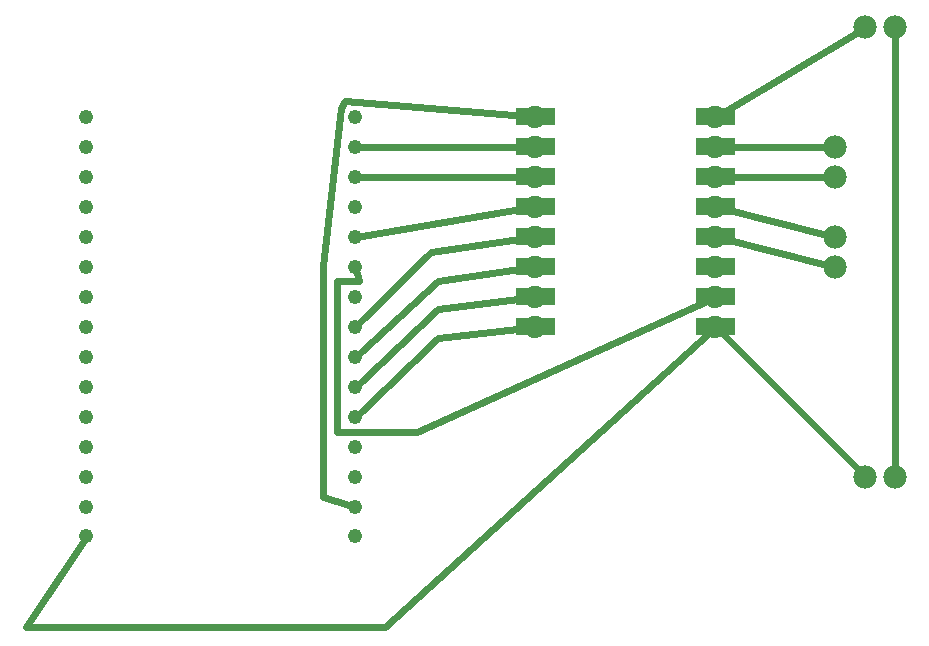
<source format=gbl>
G04 MADE WITH FRITZING*
G04 WWW.FRITZING.ORG*
G04 SINGLE SIDED*
G04 HOLES NOT PLATED*
G04 CONTOUR ON CENTER OF CONTOUR VECTOR*
%ASAXBY*%
%FSLAX23Y23*%
%MOIN*%
%OFA0B0*%
%SFA1.0B1.0*%
%ADD10C,0.074000*%
%ADD11C,0.047859*%
%ADD12C,0.078000*%
%ADD13C,0.024000*%
%ADD14R,0.001000X0.001000*%
%LNCOPPER0*%
G90*
G70*
G54D10*
X2448Y2210D03*
X2448Y2110D03*
X2448Y2010D03*
X2448Y1910D03*
X2448Y1810D03*
X2448Y1710D03*
X2448Y1610D03*
X2448Y1510D03*
X1848Y1510D03*
X1848Y1610D03*
X1848Y1710D03*
X1848Y1810D03*
X1848Y1910D03*
X1848Y2010D03*
X1848Y2110D03*
X1848Y2210D03*
G54D11*
X1248Y2009D03*
X351Y2208D03*
X351Y2109D03*
X351Y2009D03*
X351Y1909D03*
X351Y1809D03*
X1248Y2109D03*
X1248Y2208D03*
X1248Y1909D03*
X351Y1709D03*
X351Y1609D03*
X351Y1510D03*
X351Y1410D03*
X351Y1310D03*
X351Y1210D03*
X351Y1110D03*
X351Y1010D03*
X351Y910D03*
X351Y811D03*
X1248Y1510D03*
X1248Y1410D03*
X1248Y1310D03*
X1248Y1210D03*
X1248Y1110D03*
X1248Y1010D03*
X1248Y910D03*
X1248Y811D03*
X1248Y1809D03*
X1248Y1709D03*
X1248Y1609D03*
G54D12*
X2848Y2110D03*
X2848Y2010D03*
X2848Y1810D03*
X2848Y1710D03*
X3048Y2510D03*
X2948Y2510D03*
X3048Y1010D03*
X2948Y1010D03*
G54D13*
X2818Y2110D02*
X2480Y2110D01*
D02*
X1347Y509D02*
X2425Y1489D01*
D02*
X149Y509D02*
X1347Y509D01*
D02*
X339Y792D02*
X149Y509D01*
D02*
X2819Y1717D02*
X2479Y1802D01*
D02*
X2819Y1817D02*
X2479Y1902D01*
D02*
X2818Y2010D02*
X2480Y2010D01*
D02*
X3048Y2480D02*
X3048Y1040D01*
D02*
X1271Y2109D02*
X1817Y2110D01*
D02*
X1271Y2009D02*
X1817Y2010D01*
D02*
X1270Y1813D02*
X1818Y1905D01*
D02*
X1265Y1225D02*
X1524Y1472D01*
X1524Y1472D02*
X1818Y1506D01*
D02*
X1265Y1325D02*
X1524Y1568D01*
X1524Y1568D02*
X1818Y1606D01*
D02*
X1265Y1425D02*
X1524Y1664D01*
X1524Y1664D02*
X1818Y1705D01*
D02*
X1264Y1525D02*
X1500Y1760D01*
X1500Y1760D02*
X1818Y1805D01*
D02*
X2470Y1488D02*
X2927Y1031D01*
D02*
X1254Y1688D02*
X1260Y1664D01*
X1260Y1664D02*
X1188Y1664D01*
X1188Y1664D02*
X1188Y1160D01*
X1188Y1160D02*
X1452Y1160D01*
X1452Y1160D02*
X2420Y1597D01*
D02*
X2475Y2226D02*
X2923Y2494D01*
D02*
X1227Y917D02*
X1140Y944D01*
X1140Y944D02*
X1140Y1712D01*
X1140Y1712D02*
X1200Y2240D01*
X1200Y2240D02*
X1212Y2264D01*
X1212Y2264D02*
X1817Y2212D01*
G54D14*
X1783Y2239D02*
X1842Y2239D01*
X1854Y2239D02*
X1913Y2239D01*
X2383Y2239D02*
X2442Y2239D01*
X2454Y2239D02*
X2513Y2239D01*
X1783Y2238D02*
X1840Y2238D01*
X1856Y2238D02*
X1913Y2238D01*
X2383Y2238D02*
X2440Y2238D01*
X2456Y2238D02*
X2513Y2238D01*
X1783Y2237D02*
X1837Y2237D01*
X1859Y2237D02*
X1913Y2237D01*
X2383Y2237D02*
X2437Y2237D01*
X2459Y2237D02*
X2513Y2237D01*
X1783Y2236D02*
X1835Y2236D01*
X1861Y2236D02*
X1913Y2236D01*
X2383Y2236D02*
X2435Y2236D01*
X2461Y2236D02*
X2513Y2236D01*
X1783Y2235D02*
X1833Y2235D01*
X1863Y2235D02*
X1913Y2235D01*
X2383Y2235D02*
X2433Y2235D01*
X2463Y2235D02*
X2513Y2235D01*
X1783Y2234D02*
X1831Y2234D01*
X1865Y2234D02*
X1913Y2234D01*
X2383Y2234D02*
X2431Y2234D01*
X2465Y2234D02*
X2513Y2234D01*
X1783Y2233D02*
X1830Y2233D01*
X1866Y2233D02*
X1913Y2233D01*
X2383Y2233D02*
X2430Y2233D01*
X2466Y2233D02*
X2513Y2233D01*
X1783Y2232D02*
X1829Y2232D01*
X1867Y2232D02*
X1913Y2232D01*
X2383Y2232D02*
X2429Y2232D01*
X2467Y2232D02*
X2513Y2232D01*
X1783Y2231D02*
X1828Y2231D01*
X1868Y2231D02*
X1913Y2231D01*
X2383Y2231D02*
X2428Y2231D01*
X2468Y2231D02*
X2513Y2231D01*
X1783Y2230D02*
X1827Y2230D01*
X1869Y2230D02*
X1913Y2230D01*
X2383Y2230D02*
X2427Y2230D01*
X2469Y2230D02*
X2513Y2230D01*
X1783Y2229D02*
X1826Y2229D01*
X1870Y2229D02*
X1913Y2229D01*
X2383Y2229D02*
X2426Y2229D01*
X2470Y2229D02*
X2513Y2229D01*
X1783Y2228D02*
X1825Y2228D01*
X1871Y2228D02*
X1913Y2228D01*
X2383Y2228D02*
X2425Y2228D01*
X2471Y2228D02*
X2513Y2228D01*
X1783Y2227D02*
X1824Y2227D01*
X1872Y2227D02*
X1913Y2227D01*
X2383Y2227D02*
X2424Y2227D01*
X2472Y2227D02*
X2513Y2227D01*
X1783Y2226D02*
X1823Y2226D01*
X1872Y2226D02*
X1913Y2226D01*
X2383Y2226D02*
X2423Y2226D01*
X2472Y2226D02*
X2513Y2226D01*
X1783Y2225D02*
X1823Y2225D01*
X1873Y2225D02*
X1913Y2225D01*
X2383Y2225D02*
X2423Y2225D01*
X2473Y2225D02*
X2513Y2225D01*
X1783Y2224D02*
X1822Y2224D01*
X1874Y2224D02*
X1913Y2224D01*
X2383Y2224D02*
X2422Y2224D01*
X2474Y2224D02*
X2513Y2224D01*
X1783Y2223D02*
X1822Y2223D01*
X1874Y2223D02*
X1913Y2223D01*
X2383Y2223D02*
X2422Y2223D01*
X2474Y2223D02*
X2513Y2223D01*
X1783Y2222D02*
X1821Y2222D01*
X1875Y2222D02*
X1913Y2222D01*
X2383Y2222D02*
X2421Y2222D01*
X2475Y2222D02*
X2513Y2222D01*
X1783Y2221D02*
X1821Y2221D01*
X1875Y2221D02*
X1913Y2221D01*
X2383Y2221D02*
X2421Y2221D01*
X2475Y2221D02*
X2513Y2221D01*
X1783Y2220D02*
X1821Y2220D01*
X1875Y2220D02*
X1913Y2220D01*
X2383Y2220D02*
X2421Y2220D01*
X2475Y2220D02*
X2513Y2220D01*
X1783Y2219D02*
X1820Y2219D01*
X1876Y2219D02*
X1913Y2219D01*
X2383Y2219D02*
X2420Y2219D01*
X2476Y2219D02*
X2513Y2219D01*
X1783Y2218D02*
X1820Y2218D01*
X1876Y2218D02*
X1913Y2218D01*
X2383Y2218D02*
X2420Y2218D01*
X2476Y2218D02*
X2513Y2218D01*
X1783Y2217D02*
X1820Y2217D01*
X1876Y2217D02*
X1913Y2217D01*
X2383Y2217D02*
X2420Y2217D01*
X2476Y2217D02*
X2513Y2217D01*
X1783Y2216D02*
X1819Y2216D01*
X1876Y2216D02*
X1913Y2216D01*
X2383Y2216D02*
X2419Y2216D01*
X2476Y2216D02*
X2513Y2216D01*
X1783Y2215D02*
X1819Y2215D01*
X1877Y2215D02*
X1913Y2215D01*
X2383Y2215D02*
X2419Y2215D01*
X2477Y2215D02*
X2513Y2215D01*
X1783Y2214D02*
X1819Y2214D01*
X1877Y2214D02*
X1913Y2214D01*
X2383Y2214D02*
X2419Y2214D01*
X2477Y2214D02*
X2513Y2214D01*
X1783Y2213D02*
X1819Y2213D01*
X1877Y2213D02*
X1913Y2213D01*
X2383Y2213D02*
X2419Y2213D01*
X2477Y2213D02*
X2513Y2213D01*
X1783Y2212D02*
X1819Y2212D01*
X1877Y2212D02*
X1913Y2212D01*
X2383Y2212D02*
X2419Y2212D01*
X2477Y2212D02*
X2513Y2212D01*
X1783Y2211D02*
X1819Y2211D01*
X1877Y2211D02*
X1913Y2211D01*
X2383Y2211D02*
X2419Y2211D01*
X2477Y2211D02*
X2513Y2211D01*
X1783Y2210D02*
X1819Y2210D01*
X1877Y2210D02*
X1913Y2210D01*
X2383Y2210D02*
X2419Y2210D01*
X2477Y2210D02*
X2513Y2210D01*
X1783Y2209D02*
X1819Y2209D01*
X1877Y2209D02*
X1913Y2209D01*
X2383Y2209D02*
X2419Y2209D01*
X2477Y2209D02*
X2513Y2209D01*
X1783Y2208D02*
X1819Y2208D01*
X1877Y2208D02*
X1913Y2208D01*
X2383Y2208D02*
X2419Y2208D01*
X2477Y2208D02*
X2513Y2208D01*
X1783Y2207D02*
X1819Y2207D01*
X1877Y2207D02*
X1913Y2207D01*
X2383Y2207D02*
X2419Y2207D01*
X2477Y2207D02*
X2513Y2207D01*
X1783Y2206D02*
X1819Y2206D01*
X1877Y2206D02*
X1913Y2206D01*
X2383Y2206D02*
X2419Y2206D01*
X2477Y2206D02*
X2513Y2206D01*
X1783Y2205D02*
X1820Y2205D01*
X1876Y2205D02*
X1913Y2205D01*
X2383Y2205D02*
X2420Y2205D01*
X2476Y2205D02*
X2513Y2205D01*
X1783Y2204D02*
X1820Y2204D01*
X1876Y2204D02*
X1913Y2204D01*
X2383Y2204D02*
X2420Y2204D01*
X2476Y2204D02*
X2513Y2204D01*
X1783Y2203D02*
X1820Y2203D01*
X1876Y2203D02*
X1913Y2203D01*
X2383Y2203D02*
X2420Y2203D01*
X2476Y2203D02*
X2513Y2203D01*
X1783Y2202D02*
X1820Y2202D01*
X1876Y2202D02*
X1913Y2202D01*
X2383Y2202D02*
X2420Y2202D01*
X2476Y2202D02*
X2513Y2202D01*
X1783Y2201D02*
X1821Y2201D01*
X1875Y2201D02*
X1913Y2201D01*
X2383Y2201D02*
X2421Y2201D01*
X2475Y2201D02*
X2513Y2201D01*
X1783Y2200D02*
X1821Y2200D01*
X1875Y2200D02*
X1913Y2200D01*
X2383Y2200D02*
X2421Y2200D01*
X2475Y2200D02*
X2513Y2200D01*
X1783Y2199D02*
X1821Y2199D01*
X1874Y2199D02*
X1913Y2199D01*
X2383Y2199D02*
X2421Y2199D01*
X2474Y2199D02*
X2513Y2199D01*
X1783Y2198D02*
X1822Y2198D01*
X1874Y2198D02*
X1913Y2198D01*
X2383Y2198D02*
X2422Y2198D01*
X2474Y2198D02*
X2513Y2198D01*
X1783Y2197D02*
X1822Y2197D01*
X1873Y2197D02*
X1913Y2197D01*
X2383Y2197D02*
X2422Y2197D01*
X2473Y2197D02*
X2513Y2197D01*
X1783Y2196D02*
X1823Y2196D01*
X1873Y2196D02*
X1913Y2196D01*
X2383Y2196D02*
X2423Y2196D01*
X2473Y2196D02*
X2513Y2196D01*
X1783Y2195D02*
X1824Y2195D01*
X1872Y2195D02*
X1913Y2195D01*
X2383Y2195D02*
X2424Y2195D01*
X2472Y2195D02*
X2513Y2195D01*
X1783Y2194D02*
X1824Y2194D01*
X1872Y2194D02*
X1913Y2194D01*
X2383Y2194D02*
X2424Y2194D01*
X2472Y2194D02*
X2513Y2194D01*
X1783Y2193D02*
X1825Y2193D01*
X1871Y2193D02*
X1913Y2193D01*
X2383Y2193D02*
X2425Y2193D01*
X2471Y2193D02*
X2513Y2193D01*
X1783Y2192D02*
X1826Y2192D01*
X1870Y2192D02*
X1913Y2192D01*
X2383Y2192D02*
X2426Y2192D01*
X2470Y2192D02*
X2513Y2192D01*
X1783Y2191D02*
X1827Y2191D01*
X1869Y2191D02*
X1913Y2191D01*
X2383Y2191D02*
X2427Y2191D01*
X2469Y2191D02*
X2513Y2191D01*
X1783Y2190D02*
X1828Y2190D01*
X1868Y2190D02*
X1913Y2190D01*
X2383Y2190D02*
X2428Y2190D01*
X2468Y2190D02*
X2513Y2190D01*
X1783Y2189D02*
X1829Y2189D01*
X1867Y2189D02*
X1913Y2189D01*
X2383Y2189D02*
X2429Y2189D01*
X2467Y2189D02*
X2513Y2189D01*
X1783Y2188D02*
X1830Y2188D01*
X1866Y2188D02*
X1913Y2188D01*
X2383Y2188D02*
X2430Y2188D01*
X2466Y2188D02*
X2513Y2188D01*
X1783Y2187D02*
X1831Y2187D01*
X1864Y2187D02*
X1913Y2187D01*
X2383Y2187D02*
X2431Y2187D01*
X2464Y2187D02*
X2513Y2187D01*
X1783Y2186D02*
X1833Y2186D01*
X1863Y2186D02*
X1913Y2186D01*
X2383Y2186D02*
X2433Y2186D01*
X2463Y2186D02*
X2513Y2186D01*
X1783Y2185D02*
X1835Y2185D01*
X1861Y2185D02*
X1913Y2185D01*
X2383Y2185D02*
X2435Y2185D01*
X2461Y2185D02*
X2513Y2185D01*
X1783Y2184D02*
X1837Y2184D01*
X1859Y2184D02*
X1913Y2184D01*
X2383Y2184D02*
X2437Y2184D01*
X2459Y2184D02*
X2513Y2184D01*
X1783Y2183D02*
X1840Y2183D01*
X1855Y2183D02*
X1913Y2183D01*
X2383Y2183D02*
X2440Y2183D01*
X2455Y2183D02*
X2513Y2183D01*
X1783Y2139D02*
X1842Y2139D01*
X1854Y2139D02*
X1913Y2139D01*
X2383Y2139D02*
X2442Y2139D01*
X2454Y2139D02*
X2513Y2139D01*
X1783Y2138D02*
X1840Y2138D01*
X1856Y2138D02*
X1913Y2138D01*
X2383Y2138D02*
X2440Y2138D01*
X2456Y2138D02*
X2513Y2138D01*
X1783Y2137D02*
X1837Y2137D01*
X1859Y2137D02*
X1913Y2137D01*
X2383Y2137D02*
X2437Y2137D01*
X2459Y2137D02*
X2513Y2137D01*
X1783Y2136D02*
X1835Y2136D01*
X1861Y2136D02*
X1913Y2136D01*
X2383Y2136D02*
X2435Y2136D01*
X2461Y2136D02*
X2513Y2136D01*
X1783Y2135D02*
X1833Y2135D01*
X1863Y2135D02*
X1913Y2135D01*
X2383Y2135D02*
X2433Y2135D01*
X2463Y2135D02*
X2513Y2135D01*
X1783Y2134D02*
X1831Y2134D01*
X1865Y2134D02*
X1913Y2134D01*
X2383Y2134D02*
X2431Y2134D01*
X2465Y2134D02*
X2513Y2134D01*
X1783Y2133D02*
X1830Y2133D01*
X1866Y2133D02*
X1913Y2133D01*
X2383Y2133D02*
X2430Y2133D01*
X2466Y2133D02*
X2513Y2133D01*
X1783Y2132D02*
X1829Y2132D01*
X1867Y2132D02*
X1913Y2132D01*
X2383Y2132D02*
X2429Y2132D01*
X2467Y2132D02*
X2513Y2132D01*
X1783Y2131D02*
X1828Y2131D01*
X1868Y2131D02*
X1913Y2131D01*
X2383Y2131D02*
X2428Y2131D01*
X2468Y2131D02*
X2513Y2131D01*
X1783Y2130D02*
X1827Y2130D01*
X1869Y2130D02*
X1913Y2130D01*
X2383Y2130D02*
X2427Y2130D01*
X2469Y2130D02*
X2513Y2130D01*
X1783Y2129D02*
X1826Y2129D01*
X1870Y2129D02*
X1913Y2129D01*
X2383Y2129D02*
X2426Y2129D01*
X2470Y2129D02*
X2513Y2129D01*
X1783Y2128D02*
X1825Y2128D01*
X1871Y2128D02*
X1913Y2128D01*
X2383Y2128D02*
X2425Y2128D01*
X2471Y2128D02*
X2513Y2128D01*
X1783Y2127D02*
X1824Y2127D01*
X1872Y2127D02*
X1913Y2127D01*
X2383Y2127D02*
X2424Y2127D01*
X2472Y2127D02*
X2513Y2127D01*
X1783Y2126D02*
X1823Y2126D01*
X1872Y2126D02*
X1913Y2126D01*
X2383Y2126D02*
X2423Y2126D01*
X2472Y2126D02*
X2513Y2126D01*
X1783Y2125D02*
X1823Y2125D01*
X1873Y2125D02*
X1913Y2125D01*
X2383Y2125D02*
X2423Y2125D01*
X2473Y2125D02*
X2513Y2125D01*
X1783Y2124D02*
X1822Y2124D01*
X1874Y2124D02*
X1913Y2124D01*
X2383Y2124D02*
X2422Y2124D01*
X2474Y2124D02*
X2513Y2124D01*
X1783Y2123D02*
X1822Y2123D01*
X1874Y2123D02*
X1913Y2123D01*
X2383Y2123D02*
X2422Y2123D01*
X2474Y2123D02*
X2513Y2123D01*
X1783Y2122D02*
X1821Y2122D01*
X1875Y2122D02*
X1913Y2122D01*
X2383Y2122D02*
X2421Y2122D01*
X2475Y2122D02*
X2513Y2122D01*
X1783Y2121D02*
X1821Y2121D01*
X1875Y2121D02*
X1913Y2121D01*
X2383Y2121D02*
X2421Y2121D01*
X2475Y2121D02*
X2513Y2121D01*
X1783Y2120D02*
X1821Y2120D01*
X1875Y2120D02*
X1913Y2120D01*
X2383Y2120D02*
X2421Y2120D01*
X2475Y2120D02*
X2513Y2120D01*
X1783Y2119D02*
X1820Y2119D01*
X1876Y2119D02*
X1913Y2119D01*
X2383Y2119D02*
X2420Y2119D01*
X2476Y2119D02*
X2513Y2119D01*
X1783Y2118D02*
X1820Y2118D01*
X1876Y2118D02*
X1913Y2118D01*
X2383Y2118D02*
X2420Y2118D01*
X2476Y2118D02*
X2513Y2118D01*
X1783Y2117D02*
X1820Y2117D01*
X1876Y2117D02*
X1913Y2117D01*
X2383Y2117D02*
X2420Y2117D01*
X2476Y2117D02*
X2513Y2117D01*
X1783Y2116D02*
X1819Y2116D01*
X1876Y2116D02*
X1913Y2116D01*
X2383Y2116D02*
X2419Y2116D01*
X2476Y2116D02*
X2513Y2116D01*
X1783Y2115D02*
X1819Y2115D01*
X1877Y2115D02*
X1913Y2115D01*
X2383Y2115D02*
X2419Y2115D01*
X2477Y2115D02*
X2513Y2115D01*
X1783Y2114D02*
X1819Y2114D01*
X1877Y2114D02*
X1913Y2114D01*
X2383Y2114D02*
X2419Y2114D01*
X2477Y2114D02*
X2513Y2114D01*
X1783Y2113D02*
X1819Y2113D01*
X1877Y2113D02*
X1913Y2113D01*
X2383Y2113D02*
X2419Y2113D01*
X2477Y2113D02*
X2513Y2113D01*
X1783Y2112D02*
X1819Y2112D01*
X1877Y2112D02*
X1913Y2112D01*
X2383Y2112D02*
X2419Y2112D01*
X2477Y2112D02*
X2513Y2112D01*
X1783Y2111D02*
X1819Y2111D01*
X1877Y2111D02*
X1913Y2111D01*
X2383Y2111D02*
X2419Y2111D01*
X2477Y2111D02*
X2513Y2111D01*
X1783Y2110D02*
X1819Y2110D01*
X1877Y2110D02*
X1913Y2110D01*
X2383Y2110D02*
X2419Y2110D01*
X2477Y2110D02*
X2513Y2110D01*
X1783Y2109D02*
X1819Y2109D01*
X1877Y2109D02*
X1913Y2109D01*
X2383Y2109D02*
X2419Y2109D01*
X2477Y2109D02*
X2513Y2109D01*
X1783Y2108D02*
X1819Y2108D01*
X1877Y2108D02*
X1913Y2108D01*
X2383Y2108D02*
X2419Y2108D01*
X2477Y2108D02*
X2513Y2108D01*
X1783Y2107D02*
X1819Y2107D01*
X1877Y2107D02*
X1913Y2107D01*
X2383Y2107D02*
X2419Y2107D01*
X2477Y2107D02*
X2513Y2107D01*
X1783Y2106D02*
X1819Y2106D01*
X1877Y2106D02*
X1913Y2106D01*
X2383Y2106D02*
X2419Y2106D01*
X2477Y2106D02*
X2513Y2106D01*
X1783Y2105D02*
X1820Y2105D01*
X1876Y2105D02*
X1913Y2105D01*
X2383Y2105D02*
X2420Y2105D01*
X2476Y2105D02*
X2513Y2105D01*
X1783Y2104D02*
X1820Y2104D01*
X1876Y2104D02*
X1913Y2104D01*
X2383Y2104D02*
X2420Y2104D01*
X2476Y2104D02*
X2513Y2104D01*
X1783Y2103D02*
X1820Y2103D01*
X1876Y2103D02*
X1913Y2103D01*
X2383Y2103D02*
X2420Y2103D01*
X2476Y2103D02*
X2513Y2103D01*
X1783Y2102D02*
X1820Y2102D01*
X1876Y2102D02*
X1913Y2102D01*
X2383Y2102D02*
X2420Y2102D01*
X2476Y2102D02*
X2513Y2102D01*
X1783Y2101D02*
X1821Y2101D01*
X1875Y2101D02*
X1913Y2101D01*
X2383Y2101D02*
X2421Y2101D01*
X2475Y2101D02*
X2513Y2101D01*
X1783Y2100D02*
X1821Y2100D01*
X1875Y2100D02*
X1913Y2100D01*
X2383Y2100D02*
X2421Y2100D01*
X2475Y2100D02*
X2513Y2100D01*
X1783Y2099D02*
X1821Y2099D01*
X1874Y2099D02*
X1913Y2099D01*
X2383Y2099D02*
X2421Y2099D01*
X2474Y2099D02*
X2513Y2099D01*
X1783Y2098D02*
X1822Y2098D01*
X1874Y2098D02*
X1913Y2098D01*
X2383Y2098D02*
X2422Y2098D01*
X2474Y2098D02*
X2513Y2098D01*
X1783Y2097D02*
X1822Y2097D01*
X1873Y2097D02*
X1913Y2097D01*
X2383Y2097D02*
X2422Y2097D01*
X2473Y2097D02*
X2513Y2097D01*
X1783Y2096D02*
X1823Y2096D01*
X1873Y2096D02*
X1913Y2096D01*
X2383Y2096D02*
X2423Y2096D01*
X2473Y2096D02*
X2513Y2096D01*
X1783Y2095D02*
X1824Y2095D01*
X1872Y2095D02*
X1913Y2095D01*
X2383Y2095D02*
X2424Y2095D01*
X2472Y2095D02*
X2513Y2095D01*
X1783Y2094D02*
X1824Y2094D01*
X1871Y2094D02*
X1913Y2094D01*
X2383Y2094D02*
X2424Y2094D01*
X2471Y2094D02*
X2513Y2094D01*
X1783Y2093D02*
X1825Y2093D01*
X1871Y2093D02*
X1913Y2093D01*
X2383Y2093D02*
X2425Y2093D01*
X2471Y2093D02*
X2513Y2093D01*
X1783Y2092D02*
X1826Y2092D01*
X1870Y2092D02*
X1913Y2092D01*
X2383Y2092D02*
X2426Y2092D01*
X2470Y2092D02*
X2513Y2092D01*
X1783Y2091D02*
X1827Y2091D01*
X1869Y2091D02*
X1913Y2091D01*
X2383Y2091D02*
X2427Y2091D01*
X2469Y2091D02*
X2513Y2091D01*
X1783Y2090D02*
X1828Y2090D01*
X1868Y2090D02*
X1913Y2090D01*
X2383Y2090D02*
X2428Y2090D01*
X2468Y2090D02*
X2513Y2090D01*
X1783Y2089D02*
X1829Y2089D01*
X1867Y2089D02*
X1913Y2089D01*
X2383Y2089D02*
X2429Y2089D01*
X2467Y2089D02*
X2513Y2089D01*
X1783Y2088D02*
X1830Y2088D01*
X1866Y2088D02*
X1913Y2088D01*
X2383Y2088D02*
X2430Y2088D01*
X2466Y2088D02*
X2513Y2088D01*
X1783Y2087D02*
X1832Y2087D01*
X1864Y2087D02*
X1913Y2087D01*
X2383Y2087D02*
X2432Y2087D01*
X2464Y2087D02*
X2513Y2087D01*
X1783Y2086D02*
X1833Y2086D01*
X1863Y2086D02*
X1913Y2086D01*
X2383Y2086D02*
X2433Y2086D01*
X2463Y2086D02*
X2513Y2086D01*
X1783Y2085D02*
X1835Y2085D01*
X1861Y2085D02*
X1913Y2085D01*
X2383Y2085D02*
X2435Y2085D01*
X2461Y2085D02*
X2513Y2085D01*
X1783Y2084D02*
X1837Y2084D01*
X1859Y2084D02*
X1913Y2084D01*
X2383Y2084D02*
X2437Y2084D01*
X2459Y2084D02*
X2513Y2084D01*
X1783Y2083D02*
X1841Y2083D01*
X1855Y2083D02*
X1913Y2083D01*
X2383Y2083D02*
X2441Y2083D01*
X2455Y2083D02*
X2513Y2083D01*
X1783Y2039D02*
X1842Y2039D01*
X1854Y2039D02*
X1913Y2039D01*
X2383Y2039D02*
X2442Y2039D01*
X2454Y2039D02*
X2513Y2039D01*
X1783Y2038D02*
X1840Y2038D01*
X1856Y2038D02*
X1913Y2038D01*
X2383Y2038D02*
X2440Y2038D01*
X2456Y2038D02*
X2513Y2038D01*
X1783Y2037D02*
X1837Y2037D01*
X1859Y2037D02*
X1913Y2037D01*
X2383Y2037D02*
X2437Y2037D01*
X2459Y2037D02*
X2513Y2037D01*
X1783Y2036D02*
X1834Y2036D01*
X1861Y2036D02*
X1913Y2036D01*
X2383Y2036D02*
X2434Y2036D01*
X2461Y2036D02*
X2513Y2036D01*
X1783Y2035D02*
X1833Y2035D01*
X1863Y2035D02*
X1913Y2035D01*
X2383Y2035D02*
X2433Y2035D01*
X2463Y2035D02*
X2513Y2035D01*
X1783Y2034D02*
X1831Y2034D01*
X1865Y2034D02*
X1913Y2034D01*
X2383Y2034D02*
X2431Y2034D01*
X2465Y2034D02*
X2513Y2034D01*
X1783Y2033D02*
X1830Y2033D01*
X1866Y2033D02*
X1913Y2033D01*
X2383Y2033D02*
X2430Y2033D01*
X2466Y2033D02*
X2513Y2033D01*
X1783Y2032D02*
X1829Y2032D01*
X1867Y2032D02*
X1913Y2032D01*
X2383Y2032D02*
X2429Y2032D01*
X2467Y2032D02*
X2513Y2032D01*
X1783Y2031D02*
X1828Y2031D01*
X1868Y2031D02*
X1913Y2031D01*
X2383Y2031D02*
X2428Y2031D01*
X2468Y2031D02*
X2513Y2031D01*
X1783Y2030D02*
X1827Y2030D01*
X1869Y2030D02*
X1913Y2030D01*
X2383Y2030D02*
X2427Y2030D01*
X2469Y2030D02*
X2513Y2030D01*
X1783Y2029D02*
X1826Y2029D01*
X1870Y2029D02*
X1913Y2029D01*
X2383Y2029D02*
X2426Y2029D01*
X2470Y2029D02*
X2513Y2029D01*
X1783Y2028D02*
X1825Y2028D01*
X1871Y2028D02*
X1913Y2028D01*
X2383Y2028D02*
X2425Y2028D01*
X2471Y2028D02*
X2513Y2028D01*
X1783Y2027D02*
X1824Y2027D01*
X1872Y2027D02*
X1913Y2027D01*
X2383Y2027D02*
X2424Y2027D01*
X2472Y2027D02*
X2513Y2027D01*
X1783Y2026D02*
X1823Y2026D01*
X1872Y2026D02*
X1913Y2026D01*
X2383Y2026D02*
X2423Y2026D01*
X2472Y2026D02*
X2513Y2026D01*
X1783Y2025D02*
X1823Y2025D01*
X1873Y2025D02*
X1913Y2025D01*
X2383Y2025D02*
X2423Y2025D01*
X2473Y2025D02*
X2513Y2025D01*
X1783Y2024D02*
X1822Y2024D01*
X1874Y2024D02*
X1913Y2024D01*
X2383Y2024D02*
X2422Y2024D01*
X2474Y2024D02*
X2513Y2024D01*
X1783Y2023D02*
X1822Y2023D01*
X1874Y2023D02*
X1913Y2023D01*
X2383Y2023D02*
X2422Y2023D01*
X2474Y2023D02*
X2513Y2023D01*
X1783Y2022D02*
X1821Y2022D01*
X1875Y2022D02*
X1913Y2022D01*
X2383Y2022D02*
X2421Y2022D01*
X2475Y2022D02*
X2513Y2022D01*
X1783Y2021D02*
X1821Y2021D01*
X1875Y2021D02*
X1913Y2021D01*
X2383Y2021D02*
X2421Y2021D01*
X2475Y2021D02*
X2513Y2021D01*
X1783Y2020D02*
X1821Y2020D01*
X1875Y2020D02*
X1913Y2020D01*
X2383Y2020D02*
X2421Y2020D01*
X2475Y2020D02*
X2513Y2020D01*
X1783Y2019D02*
X1820Y2019D01*
X1876Y2019D02*
X1913Y2019D01*
X2383Y2019D02*
X2420Y2019D01*
X2476Y2019D02*
X2513Y2019D01*
X1783Y2018D02*
X1820Y2018D01*
X1876Y2018D02*
X1913Y2018D01*
X2383Y2018D02*
X2420Y2018D01*
X2476Y2018D02*
X2513Y2018D01*
X1783Y2017D02*
X1820Y2017D01*
X1876Y2017D02*
X1913Y2017D01*
X2383Y2017D02*
X2420Y2017D01*
X2476Y2017D02*
X2513Y2017D01*
X1783Y2016D02*
X1819Y2016D01*
X1876Y2016D02*
X1913Y2016D01*
X2383Y2016D02*
X2419Y2016D01*
X2476Y2016D02*
X2513Y2016D01*
X1783Y2015D02*
X1819Y2015D01*
X1877Y2015D02*
X1913Y2015D01*
X2383Y2015D02*
X2419Y2015D01*
X2477Y2015D02*
X2513Y2015D01*
X1783Y2014D02*
X1819Y2014D01*
X1877Y2014D02*
X1913Y2014D01*
X2383Y2014D02*
X2419Y2014D01*
X2477Y2014D02*
X2513Y2014D01*
X1783Y2013D02*
X1819Y2013D01*
X1877Y2013D02*
X1913Y2013D01*
X2383Y2013D02*
X2419Y2013D01*
X2477Y2013D02*
X2513Y2013D01*
X1783Y2012D02*
X1819Y2012D01*
X1877Y2012D02*
X1913Y2012D01*
X2383Y2012D02*
X2419Y2012D01*
X2477Y2012D02*
X2513Y2012D01*
X1783Y2011D02*
X1819Y2011D01*
X1877Y2011D02*
X1913Y2011D01*
X2383Y2011D02*
X2419Y2011D01*
X2477Y2011D02*
X2513Y2011D01*
X1783Y2010D02*
X1819Y2010D01*
X1877Y2010D02*
X1913Y2010D01*
X2383Y2010D02*
X2419Y2010D01*
X2477Y2010D02*
X2513Y2010D01*
X1783Y2009D02*
X1819Y2009D01*
X1877Y2009D02*
X1913Y2009D01*
X2383Y2009D02*
X2419Y2009D01*
X2477Y2009D02*
X2513Y2009D01*
X1783Y2008D02*
X1819Y2008D01*
X1877Y2008D02*
X1913Y2008D01*
X2383Y2008D02*
X2419Y2008D01*
X2477Y2008D02*
X2513Y2008D01*
X1783Y2007D02*
X1819Y2007D01*
X1877Y2007D02*
X1913Y2007D01*
X2383Y2007D02*
X2419Y2007D01*
X2477Y2007D02*
X2513Y2007D01*
X1783Y2006D02*
X1819Y2006D01*
X1877Y2006D02*
X1913Y2006D01*
X2383Y2006D02*
X2419Y2006D01*
X2477Y2006D02*
X2513Y2006D01*
X1783Y2005D02*
X1820Y2005D01*
X1876Y2005D02*
X1913Y2005D01*
X2383Y2005D02*
X2420Y2005D01*
X2476Y2005D02*
X2513Y2005D01*
X1783Y2004D02*
X1820Y2004D01*
X1876Y2004D02*
X1913Y2004D01*
X2383Y2004D02*
X2420Y2004D01*
X2476Y2004D02*
X2513Y2004D01*
X1783Y2003D02*
X1820Y2003D01*
X1876Y2003D02*
X1913Y2003D01*
X2383Y2003D02*
X2420Y2003D01*
X2476Y2003D02*
X2513Y2003D01*
X1783Y2002D02*
X1820Y2002D01*
X1876Y2002D02*
X1913Y2002D01*
X2383Y2002D02*
X2420Y2002D01*
X2476Y2002D02*
X2513Y2002D01*
X1783Y2001D02*
X1821Y2001D01*
X1875Y2001D02*
X1913Y2001D01*
X2383Y2001D02*
X2421Y2001D01*
X2475Y2001D02*
X2513Y2001D01*
X1783Y2000D02*
X1821Y2000D01*
X1875Y2000D02*
X1913Y2000D01*
X2383Y2000D02*
X2421Y2000D01*
X2475Y2000D02*
X2513Y2000D01*
X1783Y1999D02*
X1821Y1999D01*
X1874Y1999D02*
X1913Y1999D01*
X2383Y1999D02*
X2421Y1999D01*
X2474Y1999D02*
X2513Y1999D01*
X1783Y1998D02*
X1822Y1998D01*
X1874Y1998D02*
X1913Y1998D01*
X2383Y1998D02*
X2422Y1998D01*
X2474Y1998D02*
X2513Y1998D01*
X1783Y1997D02*
X1822Y1997D01*
X1873Y1997D02*
X1913Y1997D01*
X2383Y1997D02*
X2422Y1997D01*
X2473Y1997D02*
X2513Y1997D01*
X1783Y1996D02*
X1823Y1996D01*
X1873Y1996D02*
X1913Y1996D01*
X2383Y1996D02*
X2423Y1996D01*
X2473Y1996D02*
X2513Y1996D01*
X1783Y1995D02*
X1824Y1995D01*
X1872Y1995D02*
X1913Y1995D01*
X2383Y1995D02*
X2424Y1995D01*
X2472Y1995D02*
X2513Y1995D01*
X1783Y1994D02*
X1824Y1994D01*
X1871Y1994D02*
X1913Y1994D01*
X2383Y1994D02*
X2424Y1994D01*
X2471Y1994D02*
X2513Y1994D01*
X1783Y1993D02*
X1825Y1993D01*
X1871Y1993D02*
X1913Y1993D01*
X2383Y1993D02*
X2425Y1993D01*
X2471Y1993D02*
X2513Y1993D01*
X1783Y1992D02*
X1826Y1992D01*
X1870Y1992D02*
X1913Y1992D01*
X2383Y1992D02*
X2426Y1992D01*
X2470Y1992D02*
X2513Y1992D01*
X1783Y1991D02*
X1827Y1991D01*
X1869Y1991D02*
X1913Y1991D01*
X2383Y1991D02*
X2427Y1991D01*
X2469Y1991D02*
X2513Y1991D01*
X1783Y1990D02*
X1828Y1990D01*
X1868Y1990D02*
X1913Y1990D01*
X2383Y1990D02*
X2428Y1990D01*
X2468Y1990D02*
X2513Y1990D01*
X1783Y1989D02*
X1829Y1989D01*
X1867Y1989D02*
X1913Y1989D01*
X2383Y1989D02*
X2429Y1989D01*
X2467Y1989D02*
X2513Y1989D01*
X1783Y1988D02*
X1830Y1988D01*
X1866Y1988D02*
X1913Y1988D01*
X2383Y1988D02*
X2430Y1988D01*
X2466Y1988D02*
X2513Y1988D01*
X1783Y1987D02*
X1832Y1987D01*
X1864Y1987D02*
X1913Y1987D01*
X2383Y1987D02*
X2432Y1987D01*
X2464Y1987D02*
X2513Y1987D01*
X1783Y1986D02*
X1833Y1986D01*
X1863Y1986D02*
X1913Y1986D01*
X2383Y1986D02*
X2433Y1986D01*
X2463Y1986D02*
X2513Y1986D01*
X1783Y1985D02*
X1835Y1985D01*
X1861Y1985D02*
X1913Y1985D01*
X2383Y1985D02*
X2435Y1985D01*
X2461Y1985D02*
X2513Y1985D01*
X1783Y1984D02*
X1837Y1984D01*
X1858Y1984D02*
X1913Y1984D01*
X2383Y1984D02*
X2437Y1984D01*
X2458Y1984D02*
X2513Y1984D01*
X1783Y1983D02*
X1841Y1983D01*
X1855Y1983D02*
X1913Y1983D01*
X2383Y1983D02*
X2441Y1983D01*
X2455Y1983D02*
X2513Y1983D01*
X1783Y1939D02*
X1842Y1939D01*
X1854Y1939D02*
X1913Y1939D01*
X2383Y1939D02*
X2442Y1939D01*
X2454Y1939D02*
X2513Y1939D01*
X1783Y1938D02*
X1839Y1938D01*
X1857Y1938D02*
X1913Y1938D01*
X2383Y1938D02*
X2439Y1938D01*
X2457Y1938D02*
X2513Y1938D01*
X1783Y1937D02*
X1837Y1937D01*
X1859Y1937D02*
X1913Y1937D01*
X2383Y1937D02*
X2437Y1937D01*
X2459Y1937D02*
X2513Y1937D01*
X1783Y1936D02*
X1834Y1936D01*
X1861Y1936D02*
X1913Y1936D01*
X2383Y1936D02*
X2434Y1936D01*
X2461Y1936D02*
X2513Y1936D01*
X1783Y1935D02*
X1833Y1935D01*
X1863Y1935D02*
X1913Y1935D01*
X2383Y1935D02*
X2433Y1935D01*
X2463Y1935D02*
X2513Y1935D01*
X1783Y1934D02*
X1831Y1934D01*
X1865Y1934D02*
X1913Y1934D01*
X2383Y1934D02*
X2431Y1934D01*
X2465Y1934D02*
X2513Y1934D01*
X1783Y1933D02*
X1830Y1933D01*
X1866Y1933D02*
X1913Y1933D01*
X2383Y1933D02*
X2430Y1933D01*
X2466Y1933D02*
X2513Y1933D01*
X1783Y1932D02*
X1829Y1932D01*
X1867Y1932D02*
X1913Y1932D01*
X2383Y1932D02*
X2429Y1932D01*
X2467Y1932D02*
X2513Y1932D01*
X1783Y1931D02*
X1828Y1931D01*
X1868Y1931D02*
X1913Y1931D01*
X2383Y1931D02*
X2428Y1931D01*
X2468Y1931D02*
X2513Y1931D01*
X1783Y1930D02*
X1827Y1930D01*
X1869Y1930D02*
X1913Y1930D01*
X2383Y1930D02*
X2427Y1930D01*
X2469Y1930D02*
X2513Y1930D01*
X1783Y1929D02*
X1826Y1929D01*
X1870Y1929D02*
X1913Y1929D01*
X2383Y1929D02*
X2426Y1929D01*
X2470Y1929D02*
X2513Y1929D01*
X1783Y1928D02*
X1825Y1928D01*
X1871Y1928D02*
X1913Y1928D01*
X2383Y1928D02*
X2425Y1928D01*
X2471Y1928D02*
X2513Y1928D01*
X1783Y1927D02*
X1824Y1927D01*
X1872Y1927D02*
X1913Y1927D01*
X2383Y1927D02*
X2424Y1927D01*
X2472Y1927D02*
X2513Y1927D01*
X1783Y1926D02*
X1823Y1926D01*
X1872Y1926D02*
X1913Y1926D01*
X2383Y1926D02*
X2423Y1926D01*
X2472Y1926D02*
X2513Y1926D01*
X1783Y1925D02*
X1823Y1925D01*
X1873Y1925D02*
X1913Y1925D01*
X2383Y1925D02*
X2423Y1925D01*
X2473Y1925D02*
X2513Y1925D01*
X1783Y1924D02*
X1822Y1924D01*
X1874Y1924D02*
X1913Y1924D01*
X2383Y1924D02*
X2422Y1924D01*
X2474Y1924D02*
X2513Y1924D01*
X1783Y1923D02*
X1822Y1923D01*
X1874Y1923D02*
X1913Y1923D01*
X2383Y1923D02*
X2422Y1923D01*
X2474Y1923D02*
X2513Y1923D01*
X1783Y1922D02*
X1821Y1922D01*
X1875Y1922D02*
X1913Y1922D01*
X2383Y1922D02*
X2421Y1922D01*
X2475Y1922D02*
X2513Y1922D01*
X1783Y1921D02*
X1821Y1921D01*
X1875Y1921D02*
X1913Y1921D01*
X2383Y1921D02*
X2421Y1921D01*
X2475Y1921D02*
X2513Y1921D01*
X1783Y1920D02*
X1821Y1920D01*
X1875Y1920D02*
X1913Y1920D01*
X2383Y1920D02*
X2421Y1920D01*
X2475Y1920D02*
X2513Y1920D01*
X1783Y1919D02*
X1820Y1919D01*
X1876Y1919D02*
X1913Y1919D01*
X2383Y1919D02*
X2420Y1919D01*
X2476Y1919D02*
X2513Y1919D01*
X1783Y1918D02*
X1820Y1918D01*
X1876Y1918D02*
X1913Y1918D01*
X2383Y1918D02*
X2420Y1918D01*
X2476Y1918D02*
X2513Y1918D01*
X1783Y1917D02*
X1820Y1917D01*
X1876Y1917D02*
X1913Y1917D01*
X2383Y1917D02*
X2420Y1917D01*
X2476Y1917D02*
X2513Y1917D01*
X1783Y1916D02*
X1819Y1916D01*
X1876Y1916D02*
X1913Y1916D01*
X2383Y1916D02*
X2419Y1916D01*
X2476Y1916D02*
X2513Y1916D01*
X1783Y1915D02*
X1819Y1915D01*
X1877Y1915D02*
X1913Y1915D01*
X2383Y1915D02*
X2419Y1915D01*
X2477Y1915D02*
X2513Y1915D01*
X1783Y1914D02*
X1819Y1914D01*
X1877Y1914D02*
X1913Y1914D01*
X2383Y1914D02*
X2419Y1914D01*
X2477Y1914D02*
X2513Y1914D01*
X1783Y1913D02*
X1819Y1913D01*
X1877Y1913D02*
X1913Y1913D01*
X2383Y1913D02*
X2419Y1913D01*
X2477Y1913D02*
X2513Y1913D01*
X1783Y1912D02*
X1819Y1912D01*
X1877Y1912D02*
X1913Y1912D01*
X2383Y1912D02*
X2419Y1912D01*
X2477Y1912D02*
X2513Y1912D01*
X1783Y1911D02*
X1819Y1911D01*
X1877Y1911D02*
X1913Y1911D01*
X2383Y1911D02*
X2419Y1911D01*
X2477Y1911D02*
X2513Y1911D01*
X1783Y1910D02*
X1819Y1910D01*
X1877Y1910D02*
X1913Y1910D01*
X2383Y1910D02*
X2419Y1910D01*
X2477Y1910D02*
X2513Y1910D01*
X1783Y1909D02*
X1819Y1909D01*
X1877Y1909D02*
X1913Y1909D01*
X2383Y1909D02*
X2419Y1909D01*
X2477Y1909D02*
X2513Y1909D01*
X1783Y1908D02*
X1819Y1908D01*
X1877Y1908D02*
X1913Y1908D01*
X2383Y1908D02*
X2419Y1908D01*
X2477Y1908D02*
X2513Y1908D01*
X1783Y1907D02*
X1819Y1907D01*
X1877Y1907D02*
X1913Y1907D01*
X2383Y1907D02*
X2419Y1907D01*
X2477Y1907D02*
X2513Y1907D01*
X1783Y1906D02*
X1819Y1906D01*
X1877Y1906D02*
X1913Y1906D01*
X2383Y1906D02*
X2419Y1906D01*
X2477Y1906D02*
X2513Y1906D01*
X1783Y1905D02*
X1820Y1905D01*
X1876Y1905D02*
X1913Y1905D01*
X2383Y1905D02*
X2420Y1905D01*
X2476Y1905D02*
X2513Y1905D01*
X1783Y1904D02*
X1820Y1904D01*
X1876Y1904D02*
X1913Y1904D01*
X2383Y1904D02*
X2420Y1904D01*
X2476Y1904D02*
X2513Y1904D01*
X1783Y1903D02*
X1820Y1903D01*
X1876Y1903D02*
X1913Y1903D01*
X2383Y1903D02*
X2420Y1903D01*
X2476Y1903D02*
X2513Y1903D01*
X1783Y1902D02*
X1820Y1902D01*
X1876Y1902D02*
X1913Y1902D01*
X2383Y1902D02*
X2420Y1902D01*
X2476Y1902D02*
X2513Y1902D01*
X1783Y1901D02*
X1821Y1901D01*
X1875Y1901D02*
X1913Y1901D01*
X2383Y1901D02*
X2421Y1901D01*
X2475Y1901D02*
X2513Y1901D01*
X1783Y1900D02*
X1821Y1900D01*
X1875Y1900D02*
X1913Y1900D01*
X2383Y1900D02*
X2421Y1900D01*
X2475Y1900D02*
X2513Y1900D01*
X1783Y1899D02*
X1821Y1899D01*
X1874Y1899D02*
X1913Y1899D01*
X2383Y1899D02*
X2421Y1899D01*
X2474Y1899D02*
X2513Y1899D01*
X1783Y1898D02*
X1822Y1898D01*
X1874Y1898D02*
X1913Y1898D01*
X2383Y1898D02*
X2422Y1898D01*
X2474Y1898D02*
X2513Y1898D01*
X1783Y1897D02*
X1822Y1897D01*
X1873Y1897D02*
X1913Y1897D01*
X2383Y1897D02*
X2422Y1897D01*
X2473Y1897D02*
X2513Y1897D01*
X1783Y1896D02*
X1823Y1896D01*
X1873Y1896D02*
X1913Y1896D01*
X2383Y1896D02*
X2423Y1896D01*
X2473Y1896D02*
X2513Y1896D01*
X1783Y1895D02*
X1824Y1895D01*
X1872Y1895D02*
X1913Y1895D01*
X2383Y1895D02*
X2424Y1895D01*
X2472Y1895D02*
X2513Y1895D01*
X1783Y1894D02*
X1824Y1894D01*
X1871Y1894D02*
X1913Y1894D01*
X2383Y1894D02*
X2424Y1894D01*
X2471Y1894D02*
X2513Y1894D01*
X1783Y1893D02*
X1825Y1893D01*
X1871Y1893D02*
X1913Y1893D01*
X2383Y1893D02*
X2425Y1893D01*
X2471Y1893D02*
X2513Y1893D01*
X1783Y1892D02*
X1826Y1892D01*
X1870Y1892D02*
X1913Y1892D01*
X2383Y1892D02*
X2426Y1892D01*
X2470Y1892D02*
X2513Y1892D01*
X1783Y1891D02*
X1827Y1891D01*
X1869Y1891D02*
X1913Y1891D01*
X2383Y1891D02*
X2427Y1891D01*
X2469Y1891D02*
X2513Y1891D01*
X1783Y1890D02*
X1828Y1890D01*
X1868Y1890D02*
X1913Y1890D01*
X2383Y1890D02*
X2428Y1890D01*
X2468Y1890D02*
X2513Y1890D01*
X1783Y1889D02*
X1829Y1889D01*
X1867Y1889D02*
X1913Y1889D01*
X2383Y1889D02*
X2429Y1889D01*
X2467Y1889D02*
X2513Y1889D01*
X1783Y1888D02*
X1830Y1888D01*
X1866Y1888D02*
X1913Y1888D01*
X2383Y1888D02*
X2430Y1888D01*
X2466Y1888D02*
X2513Y1888D01*
X1783Y1887D02*
X1832Y1887D01*
X1864Y1887D02*
X1913Y1887D01*
X2383Y1887D02*
X2432Y1887D01*
X2464Y1887D02*
X2513Y1887D01*
X1783Y1886D02*
X1833Y1886D01*
X1863Y1886D02*
X1913Y1886D01*
X2383Y1886D02*
X2433Y1886D01*
X2463Y1886D02*
X2513Y1886D01*
X1783Y1885D02*
X1835Y1885D01*
X1861Y1885D02*
X1913Y1885D01*
X2383Y1885D02*
X2435Y1885D01*
X2461Y1885D02*
X2513Y1885D01*
X1783Y1884D02*
X1838Y1884D01*
X1858Y1884D02*
X1913Y1884D01*
X2383Y1884D02*
X2438Y1884D01*
X2458Y1884D02*
X2513Y1884D01*
X1783Y1883D02*
X1841Y1883D01*
X1855Y1883D02*
X1913Y1883D01*
X2383Y1883D02*
X2441Y1883D01*
X2455Y1883D02*
X2513Y1883D01*
X1783Y1839D02*
X1842Y1839D01*
X1854Y1839D02*
X1913Y1839D01*
X2383Y1839D02*
X2442Y1839D01*
X2454Y1839D02*
X2513Y1839D01*
X1783Y1838D02*
X1839Y1838D01*
X1857Y1838D02*
X1913Y1838D01*
X2383Y1838D02*
X2439Y1838D01*
X2457Y1838D02*
X2513Y1838D01*
X1783Y1837D02*
X1836Y1837D01*
X1859Y1837D02*
X1913Y1837D01*
X2383Y1837D02*
X2436Y1837D01*
X2459Y1837D02*
X2513Y1837D01*
X1783Y1836D02*
X1834Y1836D01*
X1862Y1836D02*
X1913Y1836D01*
X2383Y1836D02*
X2434Y1836D01*
X2462Y1836D02*
X2513Y1836D01*
X1783Y1835D02*
X1833Y1835D01*
X1863Y1835D02*
X1913Y1835D01*
X2383Y1835D02*
X2433Y1835D01*
X2463Y1835D02*
X2513Y1835D01*
X1783Y1834D02*
X1831Y1834D01*
X1865Y1834D02*
X1913Y1834D01*
X2383Y1834D02*
X2431Y1834D01*
X2465Y1834D02*
X2513Y1834D01*
X1783Y1833D02*
X1830Y1833D01*
X1866Y1833D02*
X1913Y1833D01*
X2383Y1833D02*
X2430Y1833D01*
X2466Y1833D02*
X2513Y1833D01*
X1783Y1832D02*
X1829Y1832D01*
X1867Y1832D02*
X1913Y1832D01*
X2383Y1832D02*
X2429Y1832D01*
X2467Y1832D02*
X2513Y1832D01*
X1783Y1831D02*
X1827Y1831D01*
X1868Y1831D02*
X1913Y1831D01*
X2383Y1831D02*
X2427Y1831D01*
X2468Y1831D02*
X2513Y1831D01*
X1783Y1830D02*
X1827Y1830D01*
X1869Y1830D02*
X1913Y1830D01*
X2383Y1830D02*
X2427Y1830D01*
X2469Y1830D02*
X2513Y1830D01*
X1783Y1829D02*
X1826Y1829D01*
X1870Y1829D02*
X1913Y1829D01*
X2383Y1829D02*
X2426Y1829D01*
X2470Y1829D02*
X2513Y1829D01*
X1783Y1828D02*
X1825Y1828D01*
X1871Y1828D02*
X1913Y1828D01*
X2383Y1828D02*
X2425Y1828D01*
X2471Y1828D02*
X2513Y1828D01*
X1783Y1827D02*
X1824Y1827D01*
X1872Y1827D02*
X1913Y1827D01*
X2383Y1827D02*
X2424Y1827D01*
X2472Y1827D02*
X2513Y1827D01*
X1783Y1826D02*
X1823Y1826D01*
X1872Y1826D02*
X1913Y1826D01*
X2383Y1826D02*
X2423Y1826D01*
X2472Y1826D02*
X2513Y1826D01*
X1783Y1825D02*
X1823Y1825D01*
X1873Y1825D02*
X1913Y1825D01*
X2383Y1825D02*
X2423Y1825D01*
X2473Y1825D02*
X2513Y1825D01*
X1783Y1824D02*
X1822Y1824D01*
X1874Y1824D02*
X1913Y1824D01*
X2383Y1824D02*
X2422Y1824D01*
X2474Y1824D02*
X2513Y1824D01*
X1783Y1823D02*
X1822Y1823D01*
X1874Y1823D02*
X1913Y1823D01*
X2383Y1823D02*
X2422Y1823D01*
X2474Y1823D02*
X2513Y1823D01*
X1783Y1822D02*
X1821Y1822D01*
X1875Y1822D02*
X1913Y1822D01*
X2383Y1822D02*
X2421Y1822D01*
X2475Y1822D02*
X2513Y1822D01*
X1783Y1821D02*
X1821Y1821D01*
X1875Y1821D02*
X1913Y1821D01*
X2383Y1821D02*
X2421Y1821D01*
X2475Y1821D02*
X2513Y1821D01*
X1783Y1820D02*
X1821Y1820D01*
X1875Y1820D02*
X1913Y1820D01*
X2383Y1820D02*
X2421Y1820D01*
X2475Y1820D02*
X2513Y1820D01*
X1783Y1819D02*
X1820Y1819D01*
X1876Y1819D02*
X1913Y1819D01*
X2383Y1819D02*
X2420Y1819D01*
X2476Y1819D02*
X2513Y1819D01*
X1783Y1818D02*
X1820Y1818D01*
X1876Y1818D02*
X1913Y1818D01*
X2383Y1818D02*
X2420Y1818D01*
X2476Y1818D02*
X2513Y1818D01*
X1783Y1817D02*
X1820Y1817D01*
X1876Y1817D02*
X1913Y1817D01*
X2383Y1817D02*
X2420Y1817D01*
X2476Y1817D02*
X2513Y1817D01*
X1783Y1816D02*
X1819Y1816D01*
X1876Y1816D02*
X1913Y1816D01*
X2383Y1816D02*
X2419Y1816D01*
X2476Y1816D02*
X2513Y1816D01*
X1783Y1815D02*
X1819Y1815D01*
X1877Y1815D02*
X1913Y1815D01*
X2383Y1815D02*
X2419Y1815D01*
X2477Y1815D02*
X2513Y1815D01*
X1783Y1814D02*
X1819Y1814D01*
X1877Y1814D02*
X1913Y1814D01*
X2383Y1814D02*
X2419Y1814D01*
X2477Y1814D02*
X2513Y1814D01*
X1783Y1813D02*
X1819Y1813D01*
X1877Y1813D02*
X1913Y1813D01*
X2383Y1813D02*
X2419Y1813D01*
X2477Y1813D02*
X2513Y1813D01*
X1783Y1812D02*
X1819Y1812D01*
X1877Y1812D02*
X1913Y1812D01*
X2383Y1812D02*
X2419Y1812D01*
X2477Y1812D02*
X2513Y1812D01*
X1783Y1811D02*
X1819Y1811D01*
X1877Y1811D02*
X1913Y1811D01*
X2383Y1811D02*
X2419Y1811D01*
X2477Y1811D02*
X2513Y1811D01*
X1783Y1810D02*
X1819Y1810D01*
X1877Y1810D02*
X1913Y1810D01*
X2383Y1810D02*
X2419Y1810D01*
X2477Y1810D02*
X2513Y1810D01*
X1783Y1809D02*
X1819Y1809D01*
X1877Y1809D02*
X1913Y1809D01*
X2383Y1809D02*
X2419Y1809D01*
X2477Y1809D02*
X2513Y1809D01*
X1783Y1808D02*
X1819Y1808D01*
X1877Y1808D02*
X1913Y1808D01*
X2383Y1808D02*
X2419Y1808D01*
X2477Y1808D02*
X2513Y1808D01*
X1783Y1807D02*
X1819Y1807D01*
X1877Y1807D02*
X1913Y1807D01*
X2383Y1807D02*
X2419Y1807D01*
X2477Y1807D02*
X2513Y1807D01*
X1783Y1806D02*
X1819Y1806D01*
X1877Y1806D02*
X1913Y1806D01*
X2383Y1806D02*
X2419Y1806D01*
X2477Y1806D02*
X2513Y1806D01*
X1783Y1805D02*
X1820Y1805D01*
X1876Y1805D02*
X1913Y1805D01*
X2383Y1805D02*
X2420Y1805D01*
X2476Y1805D02*
X2513Y1805D01*
X1783Y1804D02*
X1820Y1804D01*
X1876Y1804D02*
X1913Y1804D01*
X2383Y1804D02*
X2420Y1804D01*
X2476Y1804D02*
X2513Y1804D01*
X1783Y1803D02*
X1820Y1803D01*
X1876Y1803D02*
X1913Y1803D01*
X2383Y1803D02*
X2420Y1803D01*
X2476Y1803D02*
X2513Y1803D01*
X1783Y1802D02*
X1820Y1802D01*
X1876Y1802D02*
X1913Y1802D01*
X2383Y1802D02*
X2420Y1802D01*
X2476Y1802D02*
X2513Y1802D01*
X1783Y1801D02*
X1821Y1801D01*
X1875Y1801D02*
X1913Y1801D01*
X2383Y1801D02*
X2421Y1801D01*
X2475Y1801D02*
X2513Y1801D01*
X1783Y1800D02*
X1821Y1800D01*
X1875Y1800D02*
X1913Y1800D01*
X2383Y1800D02*
X2421Y1800D01*
X2475Y1800D02*
X2513Y1800D01*
X1783Y1799D02*
X1821Y1799D01*
X1874Y1799D02*
X1913Y1799D01*
X2383Y1799D02*
X2421Y1799D01*
X2474Y1799D02*
X2513Y1799D01*
X1783Y1798D02*
X1822Y1798D01*
X1874Y1798D02*
X1913Y1798D01*
X2383Y1798D02*
X2422Y1798D01*
X2474Y1798D02*
X2513Y1798D01*
X1783Y1797D02*
X1822Y1797D01*
X1873Y1797D02*
X1913Y1797D01*
X2383Y1797D02*
X2422Y1797D01*
X2473Y1797D02*
X2513Y1797D01*
X1783Y1796D02*
X1823Y1796D01*
X1873Y1796D02*
X1913Y1796D01*
X2383Y1796D02*
X2423Y1796D01*
X2473Y1796D02*
X2513Y1796D01*
X1783Y1795D02*
X1824Y1795D01*
X1872Y1795D02*
X1913Y1795D01*
X2383Y1795D02*
X2424Y1795D01*
X2472Y1795D02*
X2513Y1795D01*
X1783Y1794D02*
X1824Y1794D01*
X1871Y1794D02*
X1913Y1794D01*
X2383Y1794D02*
X2424Y1794D01*
X2471Y1794D02*
X2513Y1794D01*
X1783Y1793D02*
X1825Y1793D01*
X1871Y1793D02*
X1913Y1793D01*
X2383Y1793D02*
X2425Y1793D01*
X2471Y1793D02*
X2513Y1793D01*
X1783Y1792D02*
X1826Y1792D01*
X1870Y1792D02*
X1913Y1792D01*
X2383Y1792D02*
X2426Y1792D01*
X2470Y1792D02*
X2513Y1792D01*
X1783Y1791D02*
X1827Y1791D01*
X1869Y1791D02*
X1913Y1791D01*
X2383Y1791D02*
X2427Y1791D01*
X2469Y1791D02*
X2513Y1791D01*
X1783Y1790D02*
X1828Y1790D01*
X1868Y1790D02*
X1913Y1790D01*
X2383Y1790D02*
X2428Y1790D01*
X2468Y1790D02*
X2513Y1790D01*
X1783Y1789D02*
X1829Y1789D01*
X1867Y1789D02*
X1913Y1789D01*
X2383Y1789D02*
X2429Y1789D01*
X2467Y1789D02*
X2513Y1789D01*
X1783Y1788D02*
X1830Y1788D01*
X1865Y1788D02*
X1913Y1788D01*
X2383Y1788D02*
X2430Y1788D01*
X2465Y1788D02*
X2513Y1788D01*
X1783Y1787D02*
X1832Y1787D01*
X1864Y1787D02*
X1913Y1787D01*
X2383Y1787D02*
X2432Y1787D01*
X2464Y1787D02*
X2513Y1787D01*
X1783Y1786D02*
X1833Y1786D01*
X1863Y1786D02*
X1913Y1786D01*
X2383Y1786D02*
X2433Y1786D01*
X2463Y1786D02*
X2513Y1786D01*
X1783Y1785D02*
X1835Y1785D01*
X1861Y1785D02*
X1913Y1785D01*
X2383Y1785D02*
X2435Y1785D01*
X2461Y1785D02*
X2513Y1785D01*
X1783Y1784D02*
X1838Y1784D01*
X1858Y1784D02*
X1913Y1784D01*
X2383Y1784D02*
X2438Y1784D01*
X2458Y1784D02*
X2513Y1784D01*
X1783Y1783D02*
X1841Y1783D01*
X1855Y1783D02*
X1913Y1783D01*
X2383Y1783D02*
X2441Y1783D01*
X2455Y1783D02*
X2513Y1783D01*
X1783Y1739D02*
X1842Y1739D01*
X1854Y1739D02*
X1913Y1739D01*
X2383Y1739D02*
X2442Y1739D01*
X2454Y1739D02*
X2513Y1739D01*
X1783Y1738D02*
X1839Y1738D01*
X1857Y1738D02*
X1913Y1738D01*
X2383Y1738D02*
X2439Y1738D01*
X2457Y1738D02*
X2513Y1738D01*
X1783Y1737D02*
X1836Y1737D01*
X1859Y1737D02*
X1913Y1737D01*
X2383Y1737D02*
X2436Y1737D01*
X2459Y1737D02*
X2513Y1737D01*
X1783Y1736D02*
X1834Y1736D01*
X1862Y1736D02*
X1913Y1736D01*
X2383Y1736D02*
X2434Y1736D01*
X2462Y1736D02*
X2513Y1736D01*
X1783Y1735D02*
X1833Y1735D01*
X1863Y1735D02*
X1913Y1735D01*
X2383Y1735D02*
X2433Y1735D01*
X2463Y1735D02*
X2513Y1735D01*
X1783Y1734D02*
X1831Y1734D01*
X1865Y1734D02*
X1913Y1734D01*
X2383Y1734D02*
X2431Y1734D01*
X2465Y1734D02*
X2513Y1734D01*
X1783Y1733D02*
X1830Y1733D01*
X1866Y1733D02*
X1913Y1733D01*
X2383Y1733D02*
X2430Y1733D01*
X2466Y1733D02*
X2513Y1733D01*
X1783Y1732D02*
X1829Y1732D01*
X1867Y1732D02*
X1913Y1732D01*
X2383Y1732D02*
X2429Y1732D01*
X2467Y1732D02*
X2513Y1732D01*
X1783Y1731D02*
X1827Y1731D01*
X1868Y1731D02*
X1913Y1731D01*
X2383Y1731D02*
X2427Y1731D01*
X2468Y1731D02*
X2513Y1731D01*
X1783Y1730D02*
X1827Y1730D01*
X1869Y1730D02*
X1913Y1730D01*
X2383Y1730D02*
X2427Y1730D01*
X2469Y1730D02*
X2513Y1730D01*
X1783Y1729D02*
X1826Y1729D01*
X1870Y1729D02*
X1913Y1729D01*
X2383Y1729D02*
X2426Y1729D01*
X2470Y1729D02*
X2513Y1729D01*
X1783Y1728D02*
X1825Y1728D01*
X1871Y1728D02*
X1913Y1728D01*
X2383Y1728D02*
X2425Y1728D01*
X2471Y1728D02*
X2513Y1728D01*
X1783Y1727D02*
X1824Y1727D01*
X1872Y1727D02*
X1913Y1727D01*
X2383Y1727D02*
X2424Y1727D01*
X2472Y1727D02*
X2513Y1727D01*
X1783Y1726D02*
X1823Y1726D01*
X1872Y1726D02*
X1913Y1726D01*
X2383Y1726D02*
X2423Y1726D01*
X2472Y1726D02*
X2513Y1726D01*
X1783Y1725D02*
X1823Y1725D01*
X1873Y1725D02*
X1913Y1725D01*
X2383Y1725D02*
X2423Y1725D01*
X2473Y1725D02*
X2513Y1725D01*
X1783Y1724D02*
X1822Y1724D01*
X1874Y1724D02*
X1913Y1724D01*
X2383Y1724D02*
X2422Y1724D01*
X2474Y1724D02*
X2513Y1724D01*
X1783Y1723D02*
X1822Y1723D01*
X1874Y1723D02*
X1913Y1723D01*
X2383Y1723D02*
X2422Y1723D01*
X2474Y1723D02*
X2513Y1723D01*
X1783Y1722D02*
X1821Y1722D01*
X1875Y1722D02*
X1913Y1722D01*
X2383Y1722D02*
X2421Y1722D01*
X2475Y1722D02*
X2513Y1722D01*
X1783Y1721D02*
X1821Y1721D01*
X1875Y1721D02*
X1913Y1721D01*
X2383Y1721D02*
X2421Y1721D01*
X2475Y1721D02*
X2513Y1721D01*
X1783Y1720D02*
X1820Y1720D01*
X1875Y1720D02*
X1913Y1720D01*
X2383Y1720D02*
X2420Y1720D01*
X2475Y1720D02*
X2513Y1720D01*
X1783Y1719D02*
X1820Y1719D01*
X1876Y1719D02*
X1913Y1719D01*
X2383Y1719D02*
X2420Y1719D01*
X2476Y1719D02*
X2513Y1719D01*
X1783Y1718D02*
X1820Y1718D01*
X1876Y1718D02*
X1913Y1718D01*
X2383Y1718D02*
X2420Y1718D01*
X2476Y1718D02*
X2513Y1718D01*
X1783Y1717D02*
X1820Y1717D01*
X1876Y1717D02*
X1913Y1717D01*
X2383Y1717D02*
X2420Y1717D01*
X2476Y1717D02*
X2513Y1717D01*
X1783Y1716D02*
X1819Y1716D01*
X1876Y1716D02*
X1913Y1716D01*
X2383Y1716D02*
X2419Y1716D01*
X2476Y1716D02*
X2513Y1716D01*
X1783Y1715D02*
X1819Y1715D01*
X1877Y1715D02*
X1913Y1715D01*
X2383Y1715D02*
X2419Y1715D01*
X2477Y1715D02*
X2513Y1715D01*
X1783Y1714D02*
X1819Y1714D01*
X1877Y1714D02*
X1913Y1714D01*
X2383Y1714D02*
X2419Y1714D01*
X2477Y1714D02*
X2513Y1714D01*
X1783Y1713D02*
X1819Y1713D01*
X1877Y1713D02*
X1913Y1713D01*
X2383Y1713D02*
X2419Y1713D01*
X2477Y1713D02*
X2513Y1713D01*
X1783Y1712D02*
X1819Y1712D01*
X1877Y1712D02*
X1913Y1712D01*
X2383Y1712D02*
X2419Y1712D01*
X2477Y1712D02*
X2513Y1712D01*
X1783Y1711D02*
X1819Y1711D01*
X1877Y1711D02*
X1913Y1711D01*
X2383Y1711D02*
X2419Y1711D01*
X2477Y1711D02*
X2513Y1711D01*
X1783Y1710D02*
X1819Y1710D01*
X1877Y1710D02*
X1913Y1710D01*
X2383Y1710D02*
X2419Y1710D01*
X2477Y1710D02*
X2513Y1710D01*
X1783Y1709D02*
X1819Y1709D01*
X1877Y1709D02*
X1913Y1709D01*
X2383Y1709D02*
X2419Y1709D01*
X2477Y1709D02*
X2513Y1709D01*
X1783Y1708D02*
X1819Y1708D01*
X1877Y1708D02*
X1913Y1708D01*
X2383Y1708D02*
X2419Y1708D01*
X2477Y1708D02*
X2513Y1708D01*
X1783Y1707D02*
X1819Y1707D01*
X1877Y1707D02*
X1913Y1707D01*
X2383Y1707D02*
X2419Y1707D01*
X2477Y1707D02*
X2513Y1707D01*
X1783Y1706D02*
X1819Y1706D01*
X1877Y1706D02*
X1913Y1706D01*
X2383Y1706D02*
X2419Y1706D01*
X2477Y1706D02*
X2513Y1706D01*
X1783Y1705D02*
X1820Y1705D01*
X1876Y1705D02*
X1913Y1705D01*
X2383Y1705D02*
X2420Y1705D01*
X2476Y1705D02*
X2513Y1705D01*
X1783Y1704D02*
X1820Y1704D01*
X1876Y1704D02*
X1913Y1704D01*
X2383Y1704D02*
X2420Y1704D01*
X2476Y1704D02*
X2513Y1704D01*
X1783Y1703D02*
X1820Y1703D01*
X1876Y1703D02*
X1913Y1703D01*
X2383Y1703D02*
X2420Y1703D01*
X2476Y1703D02*
X2513Y1703D01*
X1783Y1702D02*
X1820Y1702D01*
X1876Y1702D02*
X1913Y1702D01*
X2383Y1702D02*
X2420Y1702D01*
X2476Y1702D02*
X2513Y1702D01*
X1783Y1701D02*
X1821Y1701D01*
X1875Y1701D02*
X1913Y1701D01*
X2383Y1701D02*
X2421Y1701D01*
X2475Y1701D02*
X2513Y1701D01*
X1783Y1700D02*
X1821Y1700D01*
X1875Y1700D02*
X1913Y1700D01*
X2383Y1700D02*
X2421Y1700D01*
X2475Y1700D02*
X2513Y1700D01*
X1783Y1699D02*
X1821Y1699D01*
X1874Y1699D02*
X1913Y1699D01*
X2383Y1699D02*
X2421Y1699D01*
X2474Y1699D02*
X2513Y1699D01*
X1783Y1698D02*
X1822Y1698D01*
X1874Y1698D02*
X1913Y1698D01*
X2383Y1698D02*
X2422Y1698D01*
X2474Y1698D02*
X2513Y1698D01*
X1783Y1697D02*
X1822Y1697D01*
X1873Y1697D02*
X1913Y1697D01*
X2383Y1697D02*
X2422Y1697D01*
X2473Y1697D02*
X2513Y1697D01*
X1783Y1696D02*
X1823Y1696D01*
X1873Y1696D02*
X1913Y1696D01*
X2383Y1696D02*
X2423Y1696D01*
X2473Y1696D02*
X2513Y1696D01*
X1783Y1695D02*
X1824Y1695D01*
X1872Y1695D02*
X1913Y1695D01*
X2383Y1695D02*
X2424Y1695D01*
X2472Y1695D02*
X2513Y1695D01*
X1783Y1694D02*
X1824Y1694D01*
X1871Y1694D02*
X1913Y1694D01*
X2383Y1694D02*
X2424Y1694D01*
X2471Y1694D02*
X2513Y1694D01*
X1783Y1693D02*
X1825Y1693D01*
X1871Y1693D02*
X1913Y1693D01*
X2383Y1693D02*
X2425Y1693D01*
X2471Y1693D02*
X2513Y1693D01*
X1783Y1692D02*
X1826Y1692D01*
X1870Y1692D02*
X1913Y1692D01*
X2383Y1692D02*
X2426Y1692D01*
X2470Y1692D02*
X2513Y1692D01*
X1783Y1691D02*
X1827Y1691D01*
X1869Y1691D02*
X1913Y1691D01*
X2383Y1691D02*
X2427Y1691D01*
X2469Y1691D02*
X2513Y1691D01*
X1783Y1690D02*
X1828Y1690D01*
X1868Y1690D02*
X1913Y1690D01*
X2383Y1690D02*
X2428Y1690D01*
X2468Y1690D02*
X2513Y1690D01*
X1783Y1689D02*
X1829Y1689D01*
X1867Y1689D02*
X1913Y1689D01*
X2383Y1689D02*
X2429Y1689D01*
X2467Y1689D02*
X2513Y1689D01*
X1783Y1688D02*
X1830Y1688D01*
X1865Y1688D02*
X1913Y1688D01*
X2383Y1688D02*
X2430Y1688D01*
X2465Y1688D02*
X2513Y1688D01*
X1783Y1687D02*
X1832Y1687D01*
X1864Y1687D02*
X1913Y1687D01*
X2383Y1687D02*
X2432Y1687D01*
X2464Y1687D02*
X2513Y1687D01*
X1783Y1686D02*
X1833Y1686D01*
X1862Y1686D02*
X1913Y1686D01*
X2383Y1686D02*
X2433Y1686D01*
X2462Y1686D02*
X2513Y1686D01*
X1783Y1685D02*
X1835Y1685D01*
X1861Y1685D02*
X1913Y1685D01*
X2383Y1685D02*
X2435Y1685D01*
X2461Y1685D02*
X2513Y1685D01*
X1783Y1684D02*
X1838Y1684D01*
X1858Y1684D02*
X1913Y1684D01*
X2383Y1684D02*
X2438Y1684D01*
X2458Y1684D02*
X2513Y1684D01*
X1783Y1683D02*
X1841Y1683D01*
X1855Y1683D02*
X1913Y1683D01*
X2383Y1683D02*
X2441Y1683D01*
X2455Y1683D02*
X2513Y1683D01*
X1783Y1639D02*
X1842Y1639D01*
X1854Y1639D02*
X1913Y1639D01*
X2383Y1639D02*
X2442Y1639D01*
X2454Y1639D02*
X2513Y1639D01*
X1783Y1638D02*
X1839Y1638D01*
X1857Y1638D02*
X1913Y1638D01*
X2383Y1638D02*
X2439Y1638D01*
X2457Y1638D02*
X2513Y1638D01*
X1783Y1637D02*
X1836Y1637D01*
X1860Y1637D02*
X1913Y1637D01*
X2383Y1637D02*
X2436Y1637D01*
X2460Y1637D02*
X2513Y1637D01*
X1783Y1636D02*
X1834Y1636D01*
X1862Y1636D02*
X1913Y1636D01*
X2383Y1636D02*
X2434Y1636D01*
X2462Y1636D02*
X2513Y1636D01*
X1783Y1635D02*
X1832Y1635D01*
X1863Y1635D02*
X1913Y1635D01*
X2383Y1635D02*
X2432Y1635D01*
X2463Y1635D02*
X2513Y1635D01*
X1783Y1634D02*
X1831Y1634D01*
X1865Y1634D02*
X1913Y1634D01*
X2383Y1634D02*
X2431Y1634D01*
X2465Y1634D02*
X2513Y1634D01*
X1783Y1633D02*
X1830Y1633D01*
X1866Y1633D02*
X1913Y1633D01*
X2383Y1633D02*
X2430Y1633D01*
X2466Y1633D02*
X2513Y1633D01*
X1783Y1632D02*
X1829Y1632D01*
X1867Y1632D02*
X1913Y1632D01*
X2383Y1632D02*
X2429Y1632D01*
X2467Y1632D02*
X2513Y1632D01*
X1783Y1631D02*
X1827Y1631D01*
X1868Y1631D02*
X1913Y1631D01*
X2383Y1631D02*
X2427Y1631D01*
X2468Y1631D02*
X2513Y1631D01*
X1783Y1630D02*
X1827Y1630D01*
X1869Y1630D02*
X1913Y1630D01*
X2383Y1630D02*
X2427Y1630D01*
X2469Y1630D02*
X2513Y1630D01*
X1783Y1629D02*
X1826Y1629D01*
X1870Y1629D02*
X1913Y1629D01*
X2383Y1629D02*
X2426Y1629D01*
X2470Y1629D02*
X2513Y1629D01*
X1783Y1628D02*
X1825Y1628D01*
X1871Y1628D02*
X1913Y1628D01*
X2383Y1628D02*
X2425Y1628D01*
X2471Y1628D02*
X2513Y1628D01*
X1783Y1627D02*
X1824Y1627D01*
X1872Y1627D02*
X1913Y1627D01*
X2383Y1627D02*
X2424Y1627D01*
X2472Y1627D02*
X2513Y1627D01*
X1783Y1626D02*
X1823Y1626D01*
X1872Y1626D02*
X1913Y1626D01*
X2383Y1626D02*
X2423Y1626D01*
X2472Y1626D02*
X2513Y1626D01*
X1783Y1625D02*
X1823Y1625D01*
X1873Y1625D02*
X1913Y1625D01*
X2383Y1625D02*
X2423Y1625D01*
X2473Y1625D02*
X2513Y1625D01*
X1783Y1624D02*
X1822Y1624D01*
X1874Y1624D02*
X1913Y1624D01*
X2383Y1624D02*
X2422Y1624D01*
X2474Y1624D02*
X2513Y1624D01*
X1783Y1623D02*
X1822Y1623D01*
X1874Y1623D02*
X1913Y1623D01*
X2383Y1623D02*
X2422Y1623D01*
X2474Y1623D02*
X2513Y1623D01*
X1783Y1622D02*
X1821Y1622D01*
X1875Y1622D02*
X1913Y1622D01*
X2383Y1622D02*
X2421Y1622D01*
X2475Y1622D02*
X2513Y1622D01*
X1783Y1621D02*
X1821Y1621D01*
X1875Y1621D02*
X1913Y1621D01*
X2383Y1621D02*
X2421Y1621D01*
X2475Y1621D02*
X2513Y1621D01*
X1783Y1620D02*
X1820Y1620D01*
X1875Y1620D02*
X1913Y1620D01*
X2383Y1620D02*
X2420Y1620D01*
X2475Y1620D02*
X2513Y1620D01*
X1783Y1619D02*
X1820Y1619D01*
X1876Y1619D02*
X1913Y1619D01*
X2383Y1619D02*
X2420Y1619D01*
X2476Y1619D02*
X2513Y1619D01*
X1783Y1618D02*
X1820Y1618D01*
X1876Y1618D02*
X1913Y1618D01*
X2383Y1618D02*
X2420Y1618D01*
X2476Y1618D02*
X2513Y1618D01*
X1783Y1617D02*
X1820Y1617D01*
X1876Y1617D02*
X1913Y1617D01*
X2383Y1617D02*
X2420Y1617D01*
X2476Y1617D02*
X2513Y1617D01*
X1783Y1616D02*
X1819Y1616D01*
X1876Y1616D02*
X1913Y1616D01*
X2383Y1616D02*
X2419Y1616D01*
X2476Y1616D02*
X2513Y1616D01*
X1783Y1615D02*
X1819Y1615D01*
X1877Y1615D02*
X1913Y1615D01*
X2383Y1615D02*
X2419Y1615D01*
X2477Y1615D02*
X2513Y1615D01*
X1783Y1614D02*
X1819Y1614D01*
X1877Y1614D02*
X1913Y1614D01*
X2383Y1614D02*
X2419Y1614D01*
X2477Y1614D02*
X2513Y1614D01*
X1783Y1613D02*
X1819Y1613D01*
X1877Y1613D02*
X1913Y1613D01*
X2383Y1613D02*
X2419Y1613D01*
X2477Y1613D02*
X2513Y1613D01*
X1783Y1612D02*
X1819Y1612D01*
X1877Y1612D02*
X1913Y1612D01*
X2383Y1612D02*
X2419Y1612D01*
X2477Y1612D02*
X2513Y1612D01*
X1783Y1611D02*
X1819Y1611D01*
X1877Y1611D02*
X1913Y1611D01*
X2383Y1611D02*
X2419Y1611D01*
X2477Y1611D02*
X2513Y1611D01*
X1783Y1610D02*
X1819Y1610D01*
X1877Y1610D02*
X1913Y1610D01*
X2383Y1610D02*
X2419Y1610D01*
X2477Y1610D02*
X2513Y1610D01*
X1783Y1609D02*
X1819Y1609D01*
X1877Y1609D02*
X1913Y1609D01*
X2383Y1609D02*
X2419Y1609D01*
X2477Y1609D02*
X2513Y1609D01*
X1783Y1608D02*
X1819Y1608D01*
X1877Y1608D02*
X1913Y1608D01*
X2383Y1608D02*
X2419Y1608D01*
X2477Y1608D02*
X2513Y1608D01*
X1783Y1607D02*
X1819Y1607D01*
X1877Y1607D02*
X1913Y1607D01*
X2383Y1607D02*
X2419Y1607D01*
X2477Y1607D02*
X2513Y1607D01*
X1783Y1606D02*
X1819Y1606D01*
X1876Y1606D02*
X1913Y1606D01*
X2383Y1606D02*
X2419Y1606D01*
X2476Y1606D02*
X2513Y1606D01*
X1783Y1605D02*
X1820Y1605D01*
X1876Y1605D02*
X1913Y1605D01*
X2383Y1605D02*
X2420Y1605D01*
X2476Y1605D02*
X2513Y1605D01*
X1783Y1604D02*
X1820Y1604D01*
X1876Y1604D02*
X1913Y1604D01*
X2383Y1604D02*
X2420Y1604D01*
X2476Y1604D02*
X2513Y1604D01*
X1783Y1603D02*
X1820Y1603D01*
X1876Y1603D02*
X1913Y1603D01*
X2383Y1603D02*
X2420Y1603D01*
X2476Y1603D02*
X2513Y1603D01*
X1783Y1602D02*
X1820Y1602D01*
X1876Y1602D02*
X1913Y1602D01*
X2383Y1602D02*
X2420Y1602D01*
X2476Y1602D02*
X2513Y1602D01*
X1783Y1601D02*
X1821Y1601D01*
X1875Y1601D02*
X1913Y1601D01*
X2383Y1601D02*
X2421Y1601D01*
X2475Y1601D02*
X2513Y1601D01*
X1783Y1600D02*
X1821Y1600D01*
X1875Y1600D02*
X1913Y1600D01*
X2383Y1600D02*
X2421Y1600D01*
X2475Y1600D02*
X2513Y1600D01*
X1783Y1599D02*
X1822Y1599D01*
X1874Y1599D02*
X1913Y1599D01*
X2383Y1599D02*
X2422Y1599D01*
X2474Y1599D02*
X2513Y1599D01*
X1783Y1598D02*
X1822Y1598D01*
X1874Y1598D02*
X1913Y1598D01*
X2383Y1598D02*
X2422Y1598D01*
X2474Y1598D02*
X2513Y1598D01*
X1783Y1597D02*
X1823Y1597D01*
X1873Y1597D02*
X1913Y1597D01*
X2383Y1597D02*
X2423Y1597D01*
X2473Y1597D02*
X2513Y1597D01*
X1783Y1596D02*
X1823Y1596D01*
X1873Y1596D02*
X1913Y1596D01*
X2383Y1596D02*
X2423Y1596D01*
X2473Y1596D02*
X2513Y1596D01*
X1783Y1595D02*
X1824Y1595D01*
X1872Y1595D02*
X1913Y1595D01*
X2383Y1595D02*
X2424Y1595D01*
X2472Y1595D02*
X2513Y1595D01*
X1783Y1594D02*
X1825Y1594D01*
X1871Y1594D02*
X1913Y1594D01*
X2383Y1594D02*
X2425Y1594D01*
X2471Y1594D02*
X2513Y1594D01*
X1783Y1593D02*
X1825Y1593D01*
X1871Y1593D02*
X1913Y1593D01*
X2383Y1593D02*
X2425Y1593D01*
X2471Y1593D02*
X2513Y1593D01*
X1783Y1592D02*
X1826Y1592D01*
X1870Y1592D02*
X1913Y1592D01*
X2383Y1592D02*
X2426Y1592D01*
X2470Y1592D02*
X2513Y1592D01*
X1783Y1591D02*
X1827Y1591D01*
X1869Y1591D02*
X1913Y1591D01*
X2383Y1591D02*
X2427Y1591D01*
X2469Y1591D02*
X2513Y1591D01*
X1783Y1590D02*
X1828Y1590D01*
X1868Y1590D02*
X1913Y1590D01*
X2383Y1590D02*
X2428Y1590D01*
X2468Y1590D02*
X2513Y1590D01*
X1783Y1589D02*
X1829Y1589D01*
X1867Y1589D02*
X1913Y1589D01*
X2383Y1589D02*
X2429Y1589D01*
X2467Y1589D02*
X2513Y1589D01*
X1783Y1588D02*
X1830Y1588D01*
X1865Y1588D02*
X1913Y1588D01*
X2383Y1588D02*
X2430Y1588D01*
X2465Y1588D02*
X2513Y1588D01*
X1783Y1587D02*
X1832Y1587D01*
X1864Y1587D02*
X1913Y1587D01*
X2383Y1587D02*
X2432Y1587D01*
X2464Y1587D02*
X2513Y1587D01*
X1783Y1586D02*
X1833Y1586D01*
X1862Y1586D02*
X1913Y1586D01*
X2383Y1586D02*
X2433Y1586D01*
X2462Y1586D02*
X2513Y1586D01*
X1783Y1585D02*
X1835Y1585D01*
X1860Y1585D02*
X1913Y1585D01*
X2383Y1585D02*
X2435Y1585D01*
X2460Y1585D02*
X2513Y1585D01*
X1783Y1584D02*
X1838Y1584D01*
X1858Y1584D02*
X1913Y1584D01*
X2383Y1584D02*
X2438Y1584D01*
X2458Y1584D02*
X2513Y1584D01*
X1783Y1583D02*
X1841Y1583D01*
X1855Y1583D02*
X1913Y1583D01*
X2383Y1583D02*
X2441Y1583D01*
X2455Y1583D02*
X2513Y1583D01*
X1783Y1539D02*
X1842Y1539D01*
X1854Y1539D02*
X1913Y1539D01*
X2383Y1539D02*
X2442Y1539D01*
X2454Y1539D02*
X2513Y1539D01*
X1783Y1538D02*
X1839Y1538D01*
X1857Y1538D02*
X1913Y1538D01*
X2383Y1538D02*
X2439Y1538D01*
X2457Y1538D02*
X2513Y1538D01*
X1783Y1537D02*
X1836Y1537D01*
X1860Y1537D02*
X1913Y1537D01*
X2383Y1537D02*
X2436Y1537D01*
X2460Y1537D02*
X2513Y1537D01*
X1783Y1536D02*
X1834Y1536D01*
X1862Y1536D02*
X1913Y1536D01*
X2383Y1536D02*
X2434Y1536D01*
X2462Y1536D02*
X2513Y1536D01*
X1783Y1535D02*
X1832Y1535D01*
X1863Y1535D02*
X1913Y1535D01*
X2383Y1535D02*
X2432Y1535D01*
X2463Y1535D02*
X2513Y1535D01*
X1783Y1534D02*
X1831Y1534D01*
X1865Y1534D02*
X1913Y1534D01*
X2383Y1534D02*
X2431Y1534D01*
X2465Y1534D02*
X2513Y1534D01*
X1783Y1533D02*
X1830Y1533D01*
X1866Y1533D02*
X1913Y1533D01*
X2383Y1533D02*
X2430Y1533D01*
X2466Y1533D02*
X2513Y1533D01*
X1783Y1532D02*
X1829Y1532D01*
X1867Y1532D02*
X1913Y1532D01*
X2383Y1532D02*
X2429Y1532D01*
X2467Y1532D02*
X2513Y1532D01*
X1783Y1531D02*
X1827Y1531D01*
X1869Y1531D02*
X1913Y1531D01*
X2383Y1531D02*
X2427Y1531D01*
X2469Y1531D02*
X2513Y1531D01*
X1783Y1530D02*
X1826Y1530D01*
X1869Y1530D02*
X1913Y1530D01*
X2383Y1530D02*
X2426Y1530D01*
X2469Y1530D02*
X2513Y1530D01*
X1783Y1529D02*
X1826Y1529D01*
X1870Y1529D02*
X1913Y1529D01*
X2383Y1529D02*
X2426Y1529D01*
X2470Y1529D02*
X2513Y1529D01*
X1783Y1528D02*
X1825Y1528D01*
X1871Y1528D02*
X1913Y1528D01*
X2383Y1528D02*
X2425Y1528D01*
X2471Y1528D02*
X2513Y1528D01*
X1783Y1527D02*
X1824Y1527D01*
X1872Y1527D02*
X1913Y1527D01*
X2383Y1527D02*
X2424Y1527D01*
X2472Y1527D02*
X2513Y1527D01*
X1783Y1526D02*
X1823Y1526D01*
X1873Y1526D02*
X1913Y1526D01*
X2383Y1526D02*
X2423Y1526D01*
X2473Y1526D02*
X2513Y1526D01*
X1783Y1525D02*
X1823Y1525D01*
X1873Y1525D02*
X1913Y1525D01*
X2383Y1525D02*
X2423Y1525D01*
X2473Y1525D02*
X2513Y1525D01*
X1783Y1524D02*
X1822Y1524D01*
X1874Y1524D02*
X1913Y1524D01*
X2383Y1524D02*
X2422Y1524D01*
X2474Y1524D02*
X2513Y1524D01*
X1783Y1523D02*
X1822Y1523D01*
X1874Y1523D02*
X1913Y1523D01*
X2383Y1523D02*
X2422Y1523D01*
X2474Y1523D02*
X2513Y1523D01*
X1783Y1522D02*
X1821Y1522D01*
X1875Y1522D02*
X1913Y1522D01*
X2383Y1522D02*
X2421Y1522D01*
X2475Y1522D02*
X2513Y1522D01*
X1783Y1521D02*
X1821Y1521D01*
X1875Y1521D02*
X1913Y1521D01*
X2383Y1521D02*
X2421Y1521D01*
X2475Y1521D02*
X2513Y1521D01*
X1783Y1520D02*
X1820Y1520D01*
X1875Y1520D02*
X1913Y1520D01*
X2383Y1520D02*
X2420Y1520D01*
X2475Y1520D02*
X2513Y1520D01*
X1783Y1519D02*
X1820Y1519D01*
X1876Y1519D02*
X1913Y1519D01*
X2383Y1519D02*
X2420Y1519D01*
X2476Y1519D02*
X2513Y1519D01*
X1783Y1518D02*
X1820Y1518D01*
X1876Y1518D02*
X1913Y1518D01*
X2383Y1518D02*
X2420Y1518D01*
X2476Y1518D02*
X2513Y1518D01*
X1783Y1517D02*
X1820Y1517D01*
X1876Y1517D02*
X1913Y1517D01*
X2383Y1517D02*
X2420Y1517D01*
X2476Y1517D02*
X2513Y1517D01*
X1783Y1516D02*
X1819Y1516D01*
X1876Y1516D02*
X1913Y1516D01*
X2383Y1516D02*
X2419Y1516D01*
X2476Y1516D02*
X2513Y1516D01*
X1783Y1515D02*
X1819Y1515D01*
X1877Y1515D02*
X1913Y1515D01*
X2383Y1515D02*
X2419Y1515D01*
X2477Y1515D02*
X2513Y1515D01*
X1783Y1514D02*
X1819Y1514D01*
X1877Y1514D02*
X1913Y1514D01*
X2383Y1514D02*
X2419Y1514D01*
X2477Y1514D02*
X2513Y1514D01*
X1783Y1513D02*
X1819Y1513D01*
X1877Y1513D02*
X1913Y1513D01*
X2383Y1513D02*
X2419Y1513D01*
X2477Y1513D02*
X2513Y1513D01*
X1783Y1512D02*
X1819Y1512D01*
X1877Y1512D02*
X1913Y1512D01*
X2383Y1512D02*
X2419Y1512D01*
X2477Y1512D02*
X2513Y1512D01*
X1783Y1511D02*
X1819Y1511D01*
X1877Y1511D02*
X1913Y1511D01*
X2383Y1511D02*
X2419Y1511D01*
X2477Y1511D02*
X2513Y1511D01*
X1783Y1510D02*
X1819Y1510D01*
X1877Y1510D02*
X1913Y1510D01*
X2383Y1510D02*
X2419Y1510D01*
X2477Y1510D02*
X2513Y1510D01*
X1783Y1509D02*
X1819Y1509D01*
X1877Y1509D02*
X1913Y1509D01*
X2383Y1509D02*
X2419Y1509D01*
X2477Y1509D02*
X2513Y1509D01*
X1783Y1508D02*
X1819Y1508D01*
X1877Y1508D02*
X1913Y1508D01*
X2383Y1508D02*
X2419Y1508D01*
X2477Y1508D02*
X2513Y1508D01*
X1783Y1507D02*
X1819Y1507D01*
X1877Y1507D02*
X1913Y1507D01*
X2383Y1507D02*
X2419Y1507D01*
X2477Y1507D02*
X2513Y1507D01*
X1783Y1506D02*
X1819Y1506D01*
X1876Y1506D02*
X1913Y1506D01*
X2383Y1506D02*
X2419Y1506D01*
X2476Y1506D02*
X2513Y1506D01*
X1783Y1505D02*
X1820Y1505D01*
X1876Y1505D02*
X1913Y1505D01*
X2383Y1505D02*
X2420Y1505D01*
X2476Y1505D02*
X2513Y1505D01*
X1783Y1504D02*
X1820Y1504D01*
X1876Y1504D02*
X1913Y1504D01*
X2383Y1504D02*
X2420Y1504D01*
X2476Y1504D02*
X2513Y1504D01*
X1783Y1503D02*
X1820Y1503D01*
X1876Y1503D02*
X1913Y1503D01*
X2383Y1503D02*
X2420Y1503D01*
X2476Y1503D02*
X2513Y1503D01*
X1783Y1502D02*
X1820Y1502D01*
X1876Y1502D02*
X1913Y1502D01*
X2383Y1502D02*
X2420Y1502D01*
X2476Y1502D02*
X2513Y1502D01*
X1783Y1501D02*
X1821Y1501D01*
X1875Y1501D02*
X1913Y1501D01*
X2383Y1501D02*
X2421Y1501D01*
X2475Y1501D02*
X2513Y1501D01*
X1783Y1500D02*
X1821Y1500D01*
X1875Y1500D02*
X1913Y1500D01*
X2383Y1500D02*
X2421Y1500D01*
X2475Y1500D02*
X2513Y1500D01*
X1783Y1499D02*
X1822Y1499D01*
X1874Y1499D02*
X1913Y1499D01*
X2383Y1499D02*
X2422Y1499D01*
X2474Y1499D02*
X2513Y1499D01*
X1783Y1498D02*
X1822Y1498D01*
X1874Y1498D02*
X1913Y1498D01*
X2383Y1498D02*
X2422Y1498D01*
X2474Y1498D02*
X2513Y1498D01*
X1783Y1497D02*
X1823Y1497D01*
X1873Y1497D02*
X1913Y1497D01*
X2383Y1497D02*
X2423Y1497D01*
X2473Y1497D02*
X2513Y1497D01*
X1783Y1496D02*
X1823Y1496D01*
X1873Y1496D02*
X1913Y1496D01*
X2383Y1496D02*
X2423Y1496D01*
X2473Y1496D02*
X2513Y1496D01*
X1783Y1495D02*
X1824Y1495D01*
X1872Y1495D02*
X1913Y1495D01*
X2383Y1495D02*
X2424Y1495D01*
X2472Y1495D02*
X2513Y1495D01*
X1783Y1494D02*
X1825Y1494D01*
X1871Y1494D02*
X1913Y1494D01*
X2383Y1494D02*
X2425Y1494D01*
X2471Y1494D02*
X2513Y1494D01*
X1783Y1493D02*
X1825Y1493D01*
X1871Y1493D02*
X1913Y1493D01*
X2383Y1493D02*
X2425Y1493D01*
X2471Y1493D02*
X2513Y1493D01*
X1783Y1492D02*
X1826Y1492D01*
X1870Y1492D02*
X1913Y1492D01*
X2383Y1492D02*
X2426Y1492D01*
X2470Y1492D02*
X2513Y1492D01*
X1783Y1491D02*
X1827Y1491D01*
X1869Y1491D02*
X1913Y1491D01*
X2383Y1491D02*
X2427Y1491D01*
X2469Y1491D02*
X2513Y1491D01*
X1783Y1490D02*
X1828Y1490D01*
X1868Y1490D02*
X1913Y1490D01*
X2383Y1490D02*
X2428Y1490D01*
X2468Y1490D02*
X2513Y1490D01*
X1783Y1489D02*
X1829Y1489D01*
X1867Y1489D02*
X1913Y1489D01*
X2383Y1489D02*
X2429Y1489D01*
X2467Y1489D02*
X2513Y1489D01*
X1783Y1488D02*
X1831Y1488D01*
X1865Y1488D02*
X1913Y1488D01*
X2383Y1488D02*
X2431Y1488D01*
X2465Y1488D02*
X2513Y1488D01*
X1783Y1487D02*
X1832Y1487D01*
X1864Y1487D02*
X1913Y1487D01*
X2383Y1487D02*
X2432Y1487D01*
X2464Y1487D02*
X2513Y1487D01*
X1783Y1486D02*
X1833Y1486D01*
X1862Y1486D02*
X1913Y1486D01*
X2383Y1486D02*
X2433Y1486D01*
X2462Y1486D02*
X2513Y1486D01*
X1783Y1485D02*
X1835Y1485D01*
X1860Y1485D02*
X1913Y1485D01*
X2383Y1485D02*
X2435Y1485D01*
X2460Y1485D02*
X2513Y1485D01*
X1783Y1484D02*
X1838Y1484D01*
X1858Y1484D02*
X1913Y1484D01*
X2383Y1484D02*
X2438Y1484D01*
X2458Y1484D02*
X2513Y1484D01*
X1783Y1483D02*
X1841Y1483D01*
X1855Y1483D02*
X1913Y1483D01*
X2383Y1483D02*
X2441Y1483D01*
X2455Y1483D02*
X2513Y1483D01*
D02*
G04 End of Copper0*
M02*
</source>
